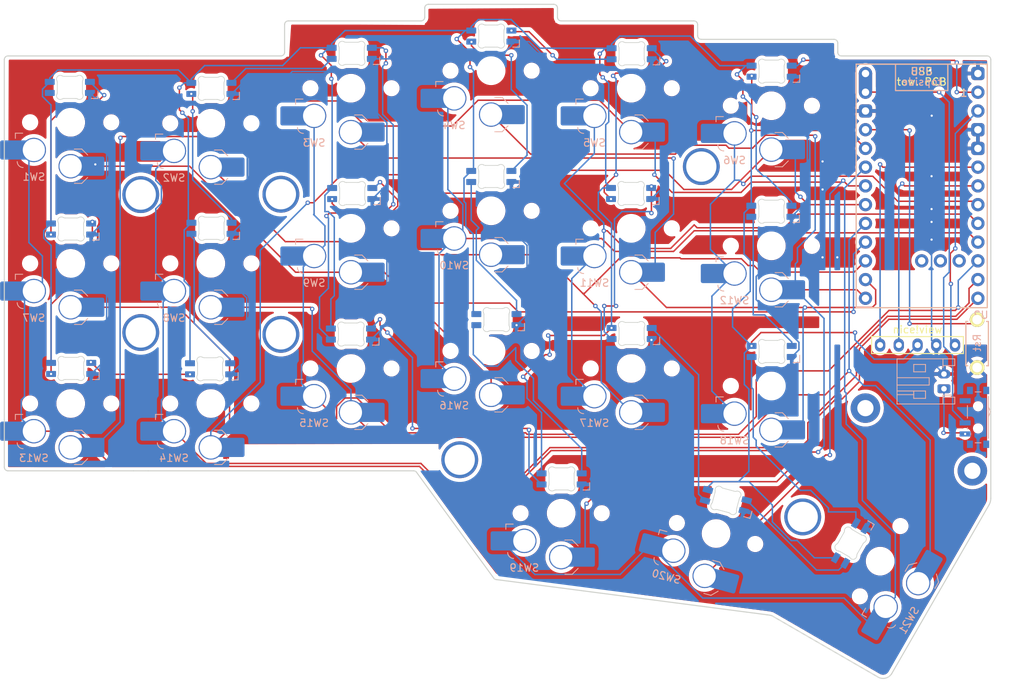
<source format=kicad_pcb>
(kicad_pcb (version 20221018) (generator pcbnew)
  (title_block (title "Corne Chocolate") (date "2018-11-17") (rev "2.1") (company "foostan"))
  (layers (0 "F.Cu" signal) (31 "B.Cu" signal) (34 "B.Paste" user) (35 "F.Paste" user) (36 "B.SilkS" user "B.Silkscreen") (37 "F.SilkS" user "F.Silkscreen") (38 "B.Mask" user) (39 "F.Mask" user) (44 "Edge.Cuts" user))
  (net 0 "")
  (net 1 "row0")
  (net 2 "row1")
  (net 4 "row2")
  (net 5 "+BATT")
  (net 6 "row3")
  (net 7 "Net-(BATJ2-Pin_1)")
  (net 11 "CS")
  (net 13 "Net-(LED1-DIN)")
  (net 14 "Net-(LED2-DOUT)")
  (net 15 "Net-(LED2-DIN)")
  (net 16 "Net-(LED3-DIN)")
  (net 17 "Net-(LED10-DIN)")
  (net 18 "Net-(LED4-DIN)")
  (net 19 "Net-(LED11-DOUT)")
  (net 20 "Net-(LED12-DIN)")
  (net 21 "Net-(LED13-DOUT)")
  (net 22 "Net-(LED14-DIN)")
  (net 23 "GND")
  (net 24 "VCC")
  (net 25 "col0")
  (net 26 "col1")
  (net 27 "col2")
  (net 28 "col3")
  (net 29 "col4")
  (net 30 "col5")
  (net 31 "LED")
  (net 32 "Net-(LED15-DOUT)")
  (net 33 "Net-(LED10-DOUT)")
  (net 34 "Net-(LED11-DIN)")
  (net 35 "Net-(LED12-DOUT)")
  (net 36 "Net-(LED13-DIN)")
  (net 37 "Net-(LED15-DIN)")
  (net 38 "Net-(LED16-DOUT)")
  (net 39 "Net-(LED17-DIN)")
  (net 40 "Net-(LED18-DOUT)")
  (net 41 "Net-(LED20-DIN)")
  (net 42 "reset")
  (net 43 "SCL")
  (net 44 "SDA")
  (net 45 "row6")
  (net 46 "row5")
  (net 47 "row4")
  (net 48 "col6")
  (footprint "kbd:LEGO_HOLE" (layer "F.Cu") (at 74.561447 97.796447)
    (fp_text reference "")
    (fp_text value "")
  )
  (footprint "kbd:LEGO_HOLE" (layer "F.Cu") (at 150.561447 75.296447)
    (fp_text reference "")
    (fp_text value "")
  )
  (footprint "kbd:ResetSW" (layer "F.Cu") (at 187.961447 99.296447 90)
    (fp_text reference "RSW1" hide)
    (fp_text value "SW_PUSH" hide)
  )
  (footprint "kbd:LEGO_HOLE" (layer "F.Cu") (at 74.561447 79.096447)
    (fp_text reference "")
    (fp_text value "")
  )
  (footprint "" (layer "F.Cu") (at 93.561447 79.046447)
    (fp_text reference "")
    (fp_text value "")
  )
  (footprint "kbd:LEGO_HOLE" (layer "F.Cu") (at 164.311447 122.796447)
    (fp_text reference "")
    (fp_text value "")
  )
  (footprint "kbd:LEGO_HOLE" (layer "F.Cu") (at 172.811447 108.046447)
    (fp_text reference "")
    (fp_text value "")
  )
  (footprint "kbd:LEGO_HOLE" (layer "F.Cu") (at 187.311447 116.546447)
    (fp_text reference "")
    (fp_text value "")
  )
  (footprint "kbd:LEGO_HOLE" (layer "F.Cu") (at 93.561447 98.046447)
    (fp_text reference "")
    (fp_text value "")
  )
  (footprint "MyLibrary:nice_view_1side" (layer "F.Cu") (at 174.8 99.496447)
    (fp_text reference "J1")
    (fp_text value "OLED" hide)
  )
  (footprint "kbd:LEGO_HOLE" (layer "F.Cu") (at 117.811447 115.046447)
    (fp_text reference "")
    (fp_text value "")
  )
  (footprint "PCM_marbastlib-choc:SW_choc_v1_HS_1u" (layer "B.Cu") (at 160.061447 105.046447 180)
    (fp_text reference "SW18")
    (fp_text value "SW_PUSH" hide)
  )
  (footprint "Button_Switch_SMD:SW_SPDT_PCM12" (layer "B.Cu") (at 187.761447 109.296447 -90)
    (fp_text reference "PSW1" hide)
    (fp_text value "SW_SPST" hide)
  )
  (footprint "PCM_marbastlib-various:LED_6028R" (layer "B.Cu") (at 141.04198 78.945736 180)
    (fp_text reference "LED11" hide)
    (fp_text value "SK6812MINI-E" hide)
    (fp_line (start -1.699999 0.702843) (end -1.699999 -0.702841) (stroke (width 0.1)) (layer "Edge.Cuts"))
    (fp_line (start -0.794452 -1.499999) (end 0.794452 -1.499999) (stroke (width 0.1)) (layer "Edge.Cuts"))
    (fp_line (start 0.794452 1.5) (end -0.794453 1.5) (stroke (width 0.1)) (layer "Edge.Cuts"))
    (fp_line (start 1.699999 -0.702841) (end 1.699999 0.702843) (stroke (width 0.1)) (layer "Edge.Cuts"))
    (fp_arc (start -1.749484 -0.919719) (mid -1.712527 -0.814067) (end -1.699999 -0.702841) (stroke (width 0.1)) (layer "Edge.Cuts"))
    (fp_arc (start -1.749484 -0.919718) (mid -1.638072 -1.504034) (end -1.046711 -1.568298) (stroke (width 0.1)) (layer "Edge.Cuts"))
    (fp_arc (start -1.699999 0.702844) (mid -1.712527 0.814069) (end -1.749484 0.919721) (stroke (width 0.1)) (layer "Edge.Cuts"))
    (fp_arc (start -1.046711 1.568299) (mid -1.638071 1.504035) (end -1.749484 0.919721) (stroke (width 0.1)) (layer "Edge.Cuts"))
    (fp_arc (start -1.046711 1.568299) (mid -0.925123 1.517377) (end -0.794453 1.5) (stroke (width 0.1)) (layer "Edge.Cuts"))
    (fp_arc (start -0.794452 -1.499999) (mid -0.925123 -1.517376) (end -1.046711 -1.568298) (stroke (width 0.1)) (layer "Edge.Cuts"))
    (fp_arc (start 0.794453 1.500001) (mid 0.925123 1.517378) (end 1.046711 1.5683) (stroke (width 0.1)) (layer "Edge.Cuts"))
    (fp_arc (start 1.04671 -1.568298) (mid 0.925122 -1.517376) (end 0.794452 -1.499999) (stroke (width 0.1)) (layer "Edge.Cuts"))
    (fp_arc (start 1.046711 -1.568296) (mid 1.638069 -1.504034) (end 1.749484 -0.919719) (stroke (width 0.1)) (layer "Edge.Cuts"))
    (fp_arc (start 1.699999 -0.702842) (mid 1.712519 -0.81407) (end 1.749484 -0.919719) (stroke (width 0.1)) (layer "Edge.Cuts"))
    (fp_arc (start 1.749484 0.919721) (mid 1.638072 1.504036) (end 1.046711 1.5683) (stroke (width 0.1)) (layer "Edge.Cuts"))
    (fp_arc (start 1.749484 0.919721) (mid 1.712534 0.814067) (end 1.699999 0.702843) (stroke (width 0.1)) (layer "Edge.Cuts"))
  )
  (footprint "PCM_marbastlib-various:LED_6028R" (layer "B.Cu") (at 122.087961 76.637166 180)
    (fp_text reference "LED10" hide)
    (fp_text value "SK6812MINI-E" hide)
    (fp_line (start -1.699999 0.702843) (end -1.699999 -0.702841) (stroke (width 0.1)) (layer "Edge.Cuts"))
    (fp_line (start -0.794452 -1.499999) (end 0.794452 -1.499999) (stroke (width 0.1)) (layer "Edge.Cuts"))
    (fp_line (start 0.794452 1.5) (end -0.794453 1.5) (stroke (width 0.1)) (layer "Edge.Cuts"))
    (fp_line (start 1.699999 -0.702841) (end 1.699999 0.702843) (stroke (width 0.1)) (layer "Edge.Cuts"))
    (fp_arc (start -1.749484 -0.919719) (mid -1.712527 -0.814067) (end -1.699999 -0.702841) (stroke (width 0.1)) (layer "Edge.Cuts"))
    (fp_arc (start -1.749484 -0.919718) (mid -1.638072 -1.504034) (end -1.046711 -1.568298) (stroke (width 0.1)) (layer "Edge.Cuts"))
    (fp_arc (start -1.699999 0.702844) (mid -1.712527 0.814069) (end -1.749484 0.919721) (stroke (width 0.1)) (layer "Edge.Cuts"))
    (fp_arc (start -1.046711 1.568299) (mid -1.638071 1.504035) (end -1.749484 0.919721) (stroke (width 0.1)) (layer "Edge.Cuts"))
    (fp_arc (start -1.046711 1.568299) (mid -0.925123 1.517377) (end -0.794453 1.5) (stroke (width 0.1)) (layer "Edge.Cuts"))
    (fp_arc (start -0.794452 -1.499999) (mid -0.925123 -1.517376) (end -1.046711 -1.568298) (stroke (width 0.1)) (layer "Edge.Cuts"))
    (fp_arc (start 0.794453 1.500001) (mid 0.925123 1.517378) (end 1.046711 1.5683) (stroke (width 0.1)) (layer "Edge.Cuts"))
    (fp_arc (start 1.04671 -1.568298) (mid 0.925122 -1.517376) (end 0.794452 -1.499999) (stroke (width 0.1)) (layer "Edge.Cuts"))
    (fp_arc (start 1.046711 -1.568296) (mid 1.638069 -1.504034) (end 1.749484 -0.919719) (stroke (width 0.1)) (layer "Edge.Cuts"))
    (fp_arc (start 1.699999 -0.702842) (mid 1.712519 -0.81407) (end 1.749484 -0.919719) (stroke (width 0.1)) (layer "Edge.Cuts"))
    (fp_arc (start 1.749484 0.919721) (mid 1.638072 1.504036) (end 1.046711 1.5683) (stroke (width 0.1)) (layer "Edge.Cuts"))
    (fp_arc (start 1.749484 0.919721) (mid 1.712534 0.814067) (end 1.699999 0.702843) (stroke (width 0.1)) (layer "Edge.Cuts"))
  )
  (footprint "PCM_marbastlib-xp-promicroish:nice_nano_AH_Reversible" (layer "B.Cu") (at 180.441447 79.186447 180)
    (fp_text reference "U2")
    (fp_text value "nice_nano")
  )
  (footprint "PCM_marbastlib-various:LED_6028R" (layer "B.Cu") (at 84.135216 64.694647 180)
    (fp_text reference "LED2" hide)
    (fp_text value "SK6812MINI-E" hide)
    (fp_line (start -1.699999 0.702843) (end -1.699999 -0.702841) (stroke (width 0.1)) (layer "Edge.Cuts"))
    (fp_line (start -0.794452 -1.499999) (end 0.794452 -1.499999) (stroke (width 0.1)) (layer "Edge.Cuts"))
    (fp_line (start 0.794452 1.5) (end -0.794453 1.5) (stroke (width 0.1)) (layer "Edge.Cuts"))
    (fp_line (start 1.699999 -0.702841) (end 1.699999 0.702843) (stroke (width 0.1)) (layer "Edge.Cuts"))
    (fp_arc (start -1.749484 -0.919719) (mid -1.712527 -0.814067) (end -1.699999 -0.702841) (stroke (width 0.1)) (layer "Edge.Cuts"))
    (fp_arc (start -1.749484 -0.919718) (mid -1.638072 -1.504034) (end -1.046711 -1.568298) (stroke (width 0.1)) (layer "Edge.Cuts"))
    (fp_arc (start -1.699999 0.702844) (mid -1.712527 0.814069) (end -1.749484 0.919721) (stroke (width 0.1)) (layer "Edge.Cuts"))
    (fp_arc (start -1.046711 1.568299) (mid -1.638071 1.504035) (end -1.749484 0.919721) (stroke (width 0.1)) (layer "Edge.Cuts"))
    (fp_arc (start -1.046711 1.568299) (mid -0.925123 1.517377) (end -0.794453 1.5) (stroke (width 0.1)) (layer "Edge.Cuts"))
    (fp_arc (start -0.794452 -1.499999) (mid -0.925123 -1.517376) (end -1.046711 -1.568298) (stroke (width 0.1)) (layer "Edge.Cuts"))
    (fp_arc (start 0.794453 1.500001) (mid 0.925123 1.517378) (end 1.046711 1.5683) (stroke (width 0.1)) (layer "Edge.Cuts"))
    (fp_arc (start 1.04671 -1.568298) (mid 0.925122 -1.517376) (end 0.794452 -1.499999) (stroke (width 0.1)) (layer "Edge.Cuts"))
    (fp_arc (start 1.046711 -1.568296) (mid 1.638069 -1.504034) (end 1.749484 -0.919719) (stroke (width 0.1)) (layer "Edge.Cuts"))
    (fp_arc (start 1.699999 -0.702842) (mid 1.712519 -0.81407) (end 1.749484 -0.919719) (stroke (width 0.1)) (layer "Edge.Cuts"))
    (fp_arc (start 1.749484 0.919721) (mid 1.638072 1.504036) (end 1.046711 1.5683) (stroke (width 0.1)) (layer "Edge.Cuts"))
    (fp_arc (start 1.749484 0.919721) (mid 1.712534 0.814067) (end 1.699999 0.702843) (stroke (width 0.1)) (layer "Edge.Cuts"))
  )
  (footprint "PCM_marbastlib-choc:SW_choc_v1_HS_1u" (layer "B.Cu") (at 122.061447 100.296447 180)
    (fp_text reference "SW16")
    (fp_text value "SW_PUSH" hide)
  )
  (footprint "PCM_marbastlib-various:LED_6028R" (layer "B.Cu") (at 84.151364 83.662784 180)
    (fp_text reference "LED8" hide)
    (fp_text value "SK6812MINI-E" hide)
    (fp_line (start -1.699999 0.702843) (end -1.699999 -0.702841) (stroke (width 0.1)) (layer "Edge.Cuts"))
    (fp_line (start -0.794452 -1.499999) (end 0.794452 -1.499999) (stroke (width 0.1)) (layer "Edge.Cuts"))
    (fp_line (start 0.794452 1.5) (end -0.794453 1.5) (stroke (width 0.1)) (layer "Edge.Cuts"))
    (fp_line (start 1.699999 -0.702841) (end 1.699999 0.702843) (stroke (width 0.1)) (layer "Edge.Cuts"))
    (fp_arc (start -1.749484 -0.919719) (mid -1.712527 -0.814067) (end -1.699999 -0.702841) (stroke (width 0.1)) (layer "Edge.Cuts"))
    (fp_arc (start -1.749484 -0.919718) (mid -1.638072 -1.504034) (end -1.046711 -1.568298) (stroke (width 0.1)) (layer "Edge.Cuts"))
    (fp_arc (start -1.699999 0.702844) (mid -1.712527 0.814069) (end -1.749484 0.919721) (stroke (width 0.1)) (layer "Edge.Cuts"))
    (fp_arc (start -1.046711 1.568299) (mid -1.638071 1.504035) (end -1.749484 0.919721) (stroke (width 0.1)) (layer "Edge.Cuts"))
    (fp_arc (start -1.046711 1.568299) (mid -0.925123 1.517377) (end -0.794453 1.5) (stroke (width 0.1)) (layer "Edge.Cuts"))
    (fp_arc (start -0.794452 -1.499999) (mid -0.925123 -1.517376) (end -1.046711 -1.568298) (stroke (width 0.1)) (layer "Edge.Cuts"))
    (fp_arc (start 0.794453 1.500001) (mid 0.925123 1.517378) (end 1.046711 1.5683) (stroke (width 0.1)) (layer "Edge.Cuts"))
    (fp_arc (start 1.04671 -1.568298) (mid 0.925122 -1.517376) (end 0.794452 -1.499999) (stroke (width 0.1)) (layer "Edge.Cuts"))
    (fp_arc (start 1.046711 -1.568296) (mid 1.638069 -1.504034) (end 1.749484 -0.919719) (stroke (width 0.1)) (layer "Edge.Cuts"))
    (fp_arc (start 1.699999 -0.702842) (mid 1.712519 -0.81407) (end 1.749484 -0.919719) (stroke (width 0.1)) (layer "Edge.Cuts"))
    (fp_arc (start 1.749484 0.919721) (mid 1.638072 1.504036) (end 1.046711 1.5683) (stroke (width 0.1)) (layer "Edge.Cuts"))
    (fp_arc (start 1.749484 0.919721) (mid 1.712534 0.814067) (end 1.699999 0.702843) (stroke (width 0.1)) (layer "Edge.Cuts"))
  )
  (footprint "PCM_marbastlib-choc:SW_choc_v1_HS_1u" (layer "B.Cu") (at 84.061447 107.421447 180)
    (fp_text reference "SW14")
    (fp_text value "SW_PUSH" hide)
  )
  (footprint "PCM_marbastlib-various:LED_6028R" (layer "B.Cu") (at 103.061447 98.004401 180)
    (fp_text reference "LED15" hide)
    (fp_text value "SK6812MINI-E" hide)
    (fp_line (start -1.699999 0.702843) (end -1.699999 -0.702841) (stroke (width 0.1)) (layer "Edge.Cuts"))
    (fp_line (start -0.794452 -1.499999) (end 0.794452 -1.499999) (stroke (width 0.1)) (layer "Edge.Cuts"))
    (fp_line (start 0.794452 1.5) (end -0.794453 1.5) (stroke (width 0.1)) (layer "Edge.Cuts"))
    (fp_line (start 1.699999 -0.702841) (end 1.699999 0.702843) (stroke (width 0.1)) (layer "Edge.Cuts"))
    (fp_arc (start -1.749484 -0.919719) (mid -1.712527 -0.814067) (end -1.699999 -0.702841) (stroke (width 0.1)) (layer "Edge.Cuts"))
    (fp_arc (start -1.749484 -0.919718) (mid -1.638072 -1.504034) (end -1.046711 -1.568298) (stroke (width 0.1)) (layer "Edge.Cuts"))
    (fp_arc (start -1.699999 0.702844) (mid -1.712527 0.814069) (end -1.749484 0.919721) (stroke (width 0.1)) (layer "Edge.Cuts"))
    (fp_arc (start -1.046711 1.568299) (mid -1.638071 1.504035) (end -1.749484 0.919721) (stroke (width 0.1)) (layer "Edge.Cuts"))
    (fp_arc (start -1.046711 1.568299) (mid -0.925123 1.517377) (end -0.794453 1.5) (stroke (width 0.1)) (layer "Edge.Cuts"))
    (fp_arc (start -0.794452 -1.499999) (mid -0.925123 -1.517376) (end -1.046711 -1.568298) (stroke (width 0.1)) (layer "Edge.Cuts"))
    (fp_arc (start 0.794453 1.500001) (mid 0.925123 1.517378) (end 1.046711 1.5683) (stroke (width 0.1)) (layer "Edge.Cuts"))
    (fp_arc (start 1.04671 -1.568298) (mid 0.925122 -1.517376) (end 0.794452 -1.499999) (stroke (width 0.1)) (layer "Edge.Cuts"))
    (fp_arc (start 1.046711 -1.568296) (mid 1.638069 -1.504034) (end 1.749484 -0.919719) (stroke (width 0.1)) (layer "Edge.Cuts"))
    (fp_arc (start 1.699999 -0.702842) (mid 1.712519 -0.81407) (end 1.749484 -0.919719) (stroke (width 0.1)) (layer "Edge.Cuts"))
    (fp_arc (start 1.749484 0.919721) (mid 1.638072 1.504036) (end 1.046711 1.5683) (stroke (width 0.1)) (layer "Edge.Cuts"))
    (fp_arc (start 1.749484 0.919721) (mid 1.712534 0.814067) (end 1.699999 0.702843) (stroke (width 0.1)) (layer "Edge.Cuts"))
  )
  (footprint "PCM_marbastlib-choc:SW_choc_v1_HS_1u" (layer "B.Cu") (at 141.061447 102.671447 180)
    (fp_text reference "SW17")
    (fp_text value "SW_PUSH" hide)
  )
  (footprint "PCM_marbastlib-various:LED_6028R" (layer "B.Cu") (at 103.231806 78.951371 180)
    (fp_text reference "LED9" hide)
    (fp_text value "SK6812MINI-E" hide)
    (fp_line (start -1.699999 0.702843) (end -1.699999 -0.702841) (stroke (width 0.1)) (layer "Edge.Cuts"))
    (fp_line (start -0.794452 -1.499999) (end 0.794452 -1.499999) (stroke (width 0.1)) (layer "Edge.Cuts"))
    (fp_line (start 0.794452 1.5) (end -0.794453 1.5) (stroke (width 0.1)) (layer "Edge.Cuts"))
    (fp_line (start 1.699999 -0.702841) (end 1.699999 0.702843) (stroke (width 0.1)) (layer "Edge.Cuts"))
    (fp_arc (start -1.749484 -0.919719) (mid -1.712527 -0.814067) (end -1.699999 -0.702841) (stroke (width 0.1)) (layer "Edge.Cuts"))
    (fp_arc (start -1.749484 -0.919718) (mid -1.638072 -1.504034) (end -1.046711 -1.568298) (stroke (width 0.1)) (layer "Edge.Cuts"))
    (fp_arc (start -1.699999 0.702844) (mid -1.712527 0.814069) (end -1.749484 0.919721) (stroke (width 0.1)) (layer "Edge.Cuts"))
    (fp_arc (start -1.046711 1.568299) (mid -1.638071 1.504035) (end -1.749484 0.919721) (stroke (width 0.1)) (layer "Edge.Cuts"))
    (fp_arc (start -1.046711 1.568299) (mid -0.925123 1.517377) (end -0.794453 1.5) (stroke (width 0.1)) (layer "Edge.Cuts"))
    (fp_arc (start -0.794452 -1.499999) (mid -0.925123 -1.517376) (end -1.046711 -1.568298) (stroke (width 0.1)) (layer "Edge.Cuts"))
    (fp_arc (start 0.794453 1.500001) (mid 0.925123 1.517378) (end 1.046711 1.5683) (stroke (width 0.1)) (layer "Edge.Cuts"))
    (fp_arc (start 1.04671 -1.568298) (mid 0.925122 -1.517376) (end 0.794452 -1.499999) (stroke (width 0.1)) (layer "Edge.Cuts"))
    (fp_arc (start 1.046711 -1.568296) (mid 1.638069 -1.504034) (end 1.749484 -0.919719) (stroke (width 0.1)) (layer "Edge.Cuts"))
    (fp_arc (start 1.699999 -0.702842) (mid 1.712519 -0.81407) (end 1.749484 -0.919719) (stroke (width 0.1)) (layer "Edge.Cuts"))
    (fp_arc (start 1.749484 0.919721) (mid 1.638072 1.504036) (end 1.046711 1.5683) (stroke (width 0.1)) (layer "Edge.Cuts"))
    (fp_arc (start 1.749484 0.919721) (mid 1.712534 0.814067) (end 1.699999 0.702843) (stroke (width 0.1)) (layer "Edge.Cuts"))
  )
  (footprint "PCM_marbastlib-choc:SW_choc_v1_HS_1u" (layer "B.Cu") (at 122.061447 81.296447 180)
    (fp_text reference "SW10")
    (fp_text value "SW_PUSH" hide)
  )
  (footprint "PCM_marbastlib-various:LED_6028R" (layer "B.Cu") (at 160.097431 62.365007 180)
    (fp_text reference "LED6" hide)
    (fp_text value "SK6812MINI-E" hide)
    (fp_line (start -1.699999 0.702843) (end -1.699999 -0.702841) (stroke (width 0.1)) (layer "Edge.Cuts"))
    (fp_line (start -0.794452 -1.499999) (end 0.794452 -1.499999) (stroke (width 0.1)) (layer "Edge.Cuts"))
    (fp_line (start 0.794452 1.5) (end -0.794453 1.5) (stroke (width 0.1)) (layer "Edge.Cuts"))
    (fp_line (start 1.699999 -0.702841) (end 1.699999 0.702843) (stroke (width 0.1)) (layer "Edge.Cuts"))
    (fp_arc (start -1.749484 -0.919719) (mid -1.712527 -0.814067) (end -1.699999 -0.702841) (stroke (width 0.1)) (layer "Edge.Cuts"))
    (fp_arc (start -1.749484 -0.919718) (mid -1.638072 -1.504034) (end -1.046711 -1.568298) (stroke (width 0.1)) (layer "Edge.Cuts"))
    (fp_arc (start -1.699999 0.702844) (mid -1.712527 0.814069) (end -1.749484 0.919721) (stroke (width 0.1)) (layer "Edge.Cuts"))
    (fp_arc (start -1.046711 1.568299) (mid -1.638071 1.504035) (end -1.749484 0.919721) (stroke (width 0.1)) (layer "Edge.Cuts"))
    (fp_arc (start -1.046711 1.568299) (mid -0.925123 1.517377) (end -0.794453 1.5) (stroke (width 0.1)) (layer "Edge.Cuts"))
    (fp_arc (start -0.794452 -1.499999) (mid -0.925123 -1.517376) (end -1.046711 -1.568298) (stroke (width 0.1)) (layer "Edge.Cuts"))
    (fp_arc (start 0.794453 1.500001) (mid 0.925123 1.517378) (end 1.046711 1.5683) (stroke (width 0.1)) (layer "Edge.Cuts"))
    (fp_arc (start 1.04671 -1.568298) (mid 0.925122 -1.517376) (end 0.794452 -1.499999) (stroke (width 0.1)) (layer "Edge.Cuts"))
    (fp_arc (start 1.046711 -1.568296) (mid 1.638069 -1.504034) (end 1.749484 -0.919719) (stroke (width 0.1)) (layer "Edge.Cuts"))
    (fp_arc (start 1.699999 -0.702842) (mid 1.712519 -0.81407) (end 1.749484 -0.919719) (stroke (width 0.1)) (layer "Edge.Cuts"))
    (fp_arc (start 1.749484 0.919721) (mid 1.638072 1.504036) (end 1.046711 1.5683) (stroke (width 0.1)) (layer "Edge.Cuts"))
    (fp_arc (start 1.749484 0.919721) (mid 1.712534 0.814067) (end 1.699999 0.702843) (stroke (width 0.1)) (layer "Edge.Cuts"))
  )
  (footprint "PCM_marbastlib-choc:SW_choc_v1_HS_1u" (layer "B.Cu") (at 84.061447 69.421447 180)
    (fp_text reference "SW2")
    (fp_text value "SW_PUSH" hide)
  )
  (footprint "PCM_marbastlib-various:LED_6028R" (layer "B.Cu") (at 65.125293 102.664208 180)
    (fp_text reference "LED13" hide)
    (fp_text value "SK6812MINI-E" hide)
    (fp_line (start -1.699999 0.702843) (end -1.699999 -0.702841) (stroke (width 0.1)) (layer "Edge.Cuts"))
    (fp_line (start -0.794452 -1.499999) (end 0.794452 -1.499999) (stroke (width 0.1)) (layer "Edge.Cuts"))
    (fp_line (start 0.794452 1.5) (end -0.794453 1.5) (stroke (width 0.1)) (layer "Edge.Cuts"))
    (fp_line (start 1.699999 -0.702841) (end 1.699999 0.702843) (stroke (width 0.1)) (layer "Edge.Cuts"))
    (fp_arc (start -1.749484 -0.919719) (mid -1.712527 -0.814067) (end -1.699999 -0.702841) (stroke (width 0.1)) (layer "Edge.Cuts"))
    (fp_arc (start -1.749484 -0.919718) (mid -1.638072 -1.504034) (end -1.046711 -1.568298) (stroke (width 0.1)) (layer "Edge.Cuts"))
    (fp_arc (start -1.699999 0.702844) (mid -1.712527 0.814069) (end -1.749484 0.919721) (stroke (width 0.1)) (layer "Edge.Cuts"))
    (fp_arc (start -1.046711 1.568299) (mid -1.638071 1.504035) (end -1.749484 0.919721) (stroke (width 0.1)) (layer "Edge.Cuts"))
    (fp_arc (start -1.046711 1.568299) (mid -0.925123 1.517377) (end -0.794453 1.5) (stroke (width 0.1)) (layer "Edge.Cuts"))
    (fp_arc (start -0.794452 -1.499999) (mid -0.925123 -1.517376) (end -1.046711 -1.568298) (stroke (width 0.1)) (layer "Edge.Cuts"))
    (fp_arc (start 0.794453 1.500001) (mid 0.925123 1.517378) (end 1.046711 1.5683) (stroke (width 0.1)) (layer "Edge.Cuts"))
    (fp_arc (start 1.04671 -1.568298) (mid 0.925122 -1.517376) (end 0.794452 -1.499999) (stroke (width 0.1)) (layer "Edge.Cuts"))
    (fp_arc (start 1.046711 -1.568296) (mid 1.638069 -1.504034) (end 1.749484 -0.919719) (stroke (width 0.1)) (layer "Edge.Cuts"))
    (fp_arc (start 1.699999 -0.702842) (mid 1.712519 -0.81407) (end 1.749484 -0.919719) (stroke (width 0.1)) (layer "Edge.Cuts"))
    (fp_arc (start 1.749484 0.919721) (mid 1.638072 1.504036) (end 1.046711 1.5683) (stroke (width 0.1)) (layer "Edge.Cuts"))
    (fp_arc (start 1.749484 0.919721) (mid 1.712534 0.814067) (end 1.699999 0.702843) (stroke (width 0.1)) (layer "Edge.Cuts"))
  )
  (footprint "PCM_marbastlib-various:LED_6028R" (layer "B.Cu") (at 141.117412 59.993417 180)
    (fp_text reference "LED5" hide)
    (fp_text value "SK6812MINI-E" hide)
    (fp_line (start -1.699999 0.702843) (end -1.699999 -0.702841) (stroke (width 0.1)) (layer "Edge.Cuts"))
    (fp_line (start -0.794452 -1.499999) (end 0.794452 -1.499999) (stroke (width 0.1)) (layer "Edge.Cuts"))
    (fp_line (start 0.794452 1.5) (end -0.794453 1.5) (stroke (width 0.1)) (layer "Edge.Cuts"))
    (fp_line (start 1.699999 -0.702841) (end 1.699999 0.702843) (stroke (width 0.1)) (layer "Edge.Cuts"))
    (fp_arc (start -1.749484 -0.919719) (mid -1.712527 -0.814067) (end -1.699999 -0.702841) (stroke (width 0.1)) (layer "Edge.Cuts"))
    (fp_arc (start -1.749484 -0.919718) (mid -1.638072 -1.504034) (end -1.046711 -1.568298) (stroke (width 0.1)) (layer "Edge.Cuts"))
    (fp_arc (start -1.699999 0.702844) (mid -1.712527 0.814069) (end -1.749484 0.919721) (stroke (width 0.1)) (layer "Edge.Cuts"))
    (fp_arc (start -1.046711 1.568299) (mid -1.638071 1.504035) (end -1.749484 0.919721) (stroke (width 0.1)) (layer "Edge.Cuts"))
    (fp_arc (start -1.046711 1.568299) (mid -0.925123 1.517377) (end -0.794453 1.5) (stroke (width 0.1)) (layer "Edge.Cuts"))
    (fp_arc (start -0.794452 -1.499999) (mid -0.925123 -1.517376) (end -1.046711 -1.568298) (stroke (width 0.1)) (layer "Edge.Cuts"))
    (fp_arc (start 0.794453 1.500001) (mid 0.925123 1.517378) (end 1.046711 1.5683) (stroke (width 0.1)) (layer "Edge.Cuts"))
    (fp_arc (start 1.04671 -1.568298) (mid 0.925122 -1.517376) (end 0.794452 -1.499999) (stroke (width 0.1)) (layer "Edge.Cuts"))
    (fp_arc (start 1.046711 -1.568296) (mid 1.638069 -1.504034) (end 1.749484 -0.919719) (stroke (width 0.1)) (layer "Edge.Cuts"))
    (fp_arc (start 1.699999 -0.702842) (mid 1.712519 -0.81407) (end 1.749484 -0.919719) (stroke (width 0.1)) (layer "Edge.Cuts"))
    (fp_arc (start 1.749484 0.919721) (mid 1.638072 1.504036) (end 1.046711 1.5683) (stroke (width 0.1)) (layer "Edge.Cuts"))
    (fp_arc (start 1.749484 0.919721) (mid 1.712534 0.814067) (end 1.699999 0.702843) (stroke (width 0.1)) (layer "Edge.Cuts"))
  )
  (footprint "PCM_marbastlib-choc:SW_choc_v1_HS_1u" (layer "B.Cu") (at 122.061447 62.296447 180)
    (fp_text reference "SW4")
    (fp_text value "SW_PUSH" hide)
  )
  (footprint "PCM_marbastlib-various:LED_6028R" (layer "B.Cu") (at 141.114476 97.929212 180)
    (fp_text reference "LED17" hide)
    (fp_text value "SK6812MINI-E" hide)
    (fp_line (start -1.699999 0.702843) (end -1.699999 -0.702841) (stroke (width 0.1)) (layer "Edge.Cuts"))
    (fp_line (start -0.794452 -1.499999) (end 0.794452 -1.499999) (stroke (width 0.1)) (layer "Edge.Cuts"))
    (fp_line (start 0.794452 1.5) (end -0.794453 1.5) (stroke (width 0.1)) (layer "Edge.Cuts"))
    (fp_line (start 1.699999 -0.702841) (end 1.699999 0.702843) (stroke (width 0.1)) (layer "Edge.Cuts"))
    (fp_arc (start -1.749484 -0.919719) (mid -1.712527 -0.814067) (end -1.699999 -0.702841) (stroke (width 0.1)) (layer "Edge.Cuts"))
    (fp_arc (start -1.749484 -0.919718) (mid -1.638072 -1.504034) (end -1.046711 -1.568298) (stroke (width 0.1)) (layer "Edge.Cuts"))
    (fp_arc (start -1.699999 0.702844) (mid -1.712527 0.814069) (end -1.749484 0.919721) (stroke (width 0.1)) (layer "Edge.Cuts"))
    (fp_arc (start -1.046711 1.568299) (mid -1.638071 1.504035) (end -1.749484 0.919721) (stroke (width 0.1)) (layer "Edge.Cuts"))
    (fp_arc (start -1.046711 1.568299) (mid -0.925123 1.517377) (end -0.794453 1.5) (stroke (width 0.1)) (layer "Edge.Cuts"))
    (fp_arc (start -0.794452 -1.499999) (mid -0.925123 -1.517376) (end -1.046711 -1.568298) (stroke (width 0.1)) (layer "Edge.Cuts"))
    (fp_arc (start 0.794453 1.500001) (mid 0.925123 1.517378) (end 1.046711 1.5683) (stroke (width 0.1)) (layer "Edge.Cuts"))
    (fp_arc (start 1.04671 -1.568298) (mid 0.925122 -1.517376) (end 0.794452 -1.499999) (stroke (width 0.1)) (layer "Edge.Cuts"))
    (fp_arc (start 1.046711 -1.568296) (mid 1.638069 -1.504034) (end 1.749484 -0.919719) (stroke (width 0.1)) (layer "Edge.Cuts"))
    (fp_arc (start 1.699999 -0.702842) (mid 1.712519 -0.81407) (end 1.749484 -0.919719) (stroke (width 0.1)) (layer "Edge.Cuts"))
    (fp_arc (start 1.749484 0.919721) (mid 1.638072 1.504036) (end 1.046711 1.5683) (stroke (width 0.1)) (layer "Edge.Cuts"))
    (fp_arc (start 1.749484 0.919721) (mid 1.712534 0.814067) (end 1.699999 0.702843) (stroke (width 0.1)) (layer "Edge.Cuts"))
  )
  (footprint "PCM_marbastlib-various:LED_6028R" (layer "B.Cu") (at 160.061447 81.355112 180)
    (fp_text reference "LED12" hide)
    (fp_text value "SK6812MINI-E" hide)
    (fp_line (start -1.699999 0.702843) (end -1.699999 -0.702841) (stroke (width 0.1)) (layer "Edge.Cuts"))
    (fp_line (start -0.794452 -1.499999) (end 0.794452 -1.499999) (stroke (width 0.1)) (layer "Edge.Cuts"))
    (fp_line (start 0.794452 1.5) (end -0.794453 1.5) (stroke (width 0.1)) (layer "Edge.Cuts"))
    (fp_line (start 1.699999 -0.702841) (end 1.699999 0.702843) (stroke (width 0.1)) (layer "Edge.Cuts"))
    (fp_arc (start -1.749484 -0.919719) (mid -1.712527 -0.814067) (end -1.699999 -0.702841) (stroke (width 0.1)) (layer "Edge.Cuts"))
    (fp_arc (start -1.749484 -0.919718) (mid -1.638072 -1.504034) (end -1.046711 -1.568298) (stroke (width 0.1)) (layer "Edge.Cuts"))
    (fp_arc (start -1.699999 0.702844) (mid -1.712527 0.814069) (end -1.749484 0.919721) (stroke (width 0.1)) (layer "Edge.Cuts"))
    (fp_arc (start -1.046711 1.568299) (mid -1.638071 1.504035) (end -1.749484 0.919721) (stroke (width 0.1)) (layer "Edge.Cuts"))
    (fp_arc (start -1.046711 1.568299) (mid -0.925123 1.517377) (end -0.794453 1.5) (stroke (width 0.1)) (layer "Edge.Cuts"))
    (fp_arc (start -0.794452 -1.499999) (mid -0.925123 -1.517376) (end -1.046711 -1.568298) (stroke (width 0.1)) (layer "Edge.Cuts"))
    (fp_arc (start 0.794453 1.500001) (mid 0.925123 1.517378) (end 1.046711 1.5683) (stroke (width 0.1)) (layer "Edge.Cuts"))
    (fp_arc (start 1.04671 -1.568298) (mid 0.925122 -1.517376) (end 0.794452 -1.499999) (stroke (width 0.1)) (layer "Edge.Cuts"))
    (fp_arc (start 1.046711 -1.568296) (mid 1.638069 -1.504034) (end 1.749484 -0.919719) (stroke (width 0.1)) (layer "Edge.Cuts"))
    (fp_arc (start 1.699999 -0.702842) (mid 1.712519 -0.81407) (end 1.749484 -0.919719) (stroke (width 0.1)) (layer "Edge.Cuts"))
    (fp_arc (start 1.749484 0.919721) (mid 1.638072 1.504036) (end 1.046711 1.5683) (stroke (width 0.1)) (layer "Edge.Cuts"))
    (fp_arc (start 1.749484 0.919721) (mid 1.712534 0.814067) (end 1.699999 0.702843) (stroke (width 0.1)) (layer "Edge.Cuts"))
  )
  (footprint "PCM_marbastlib-choc:SW_choc_v1_HS_1u" (layer "B.Cu") (at 141.061447 64.671447 180)
    (fp_text reference "SW5")
    (fp_text value "SW_PUSH" hide)
  )
  (footprint "Connector_JST:JST_PH_S2B-PH-K_1x02_P2.00mm_Horizontal" (layer "B.Cu") (at 183.461447 105.421447 90)
    (fp_text reference "BATJ2" hide)
    (fp_text value "Conn_01x02_Female" hide)
  )
  (footprint "PCM_marbastlib-various:LED_6028R" (layer "B.Cu") (at 131.622098 117.639344 180)
    (fp_text reference "LED19" hide)
    (fp_text value "SK6812MINI-E" hide)
    (fp_line (start -1.699999 0.702843) (end -1.699999 -0.702841) (stroke (width 0.1)) (layer "Edge.Cuts"))
    (fp_line (start -0.794452 -1.499999) (end 0.794452 -1.499999) (stroke (width 0.1)) (layer "Edge.Cuts"))
    (fp_line (start 0.794452 1.5) (end -0.794453 1.5) (stroke (width 0.1)) (layer "Edge.Cuts"))
    (fp_line (start 1.699999 -0.702841) (end 1.699999 0.702843) (stroke (width 0.1)) (layer "Edge.Cuts"))
    (fp_arc (start -1.749484 -0.919719) (mid -1.712527 -0.814067) (end -1.699999 -0.702841) (stroke (width 0.1)) (layer "Edge.Cuts"))
    (fp_arc (start -1.749484 -0.919718) (mid -1.638072 -1.504034) (end -1.046711 -1.568298) (stroke (width 0.1)) (layer "Edge.Cuts"))
    (fp_arc (start -1.699999 0.702844) (mid -1.712527 0.814069) (end -1.749484 0.919721) (stroke (width 0.1)) (layer "Edge.Cuts"))
    (fp_arc (start -1.046711 1.568299) (mid -1.638071 1.504035) (end -1.749484 0.919721) (stroke (width 0.1)) (layer "Edge.Cuts"))
    (fp_arc (start -1.046711 1.568299) (mid -0.925123 1.517377) (end -0.794453 1.5) (stroke (width 0.1)) (layer "Edge.Cuts"))
    (fp_arc (start -0.794452 -1.499999) (mid -0.925123 -1.517376) (end -1.046711 -1.568298) (stroke (width 0.1)) (layer "Edge.Cuts"))
    (fp_arc (start 0.794453 1.500001) (mid 0.925123 1.517378) (end 1.046711 1.5683) (stroke (width 0.1)) (layer "Edge.Cuts"))
    (fp_arc (start 1.04671 -1.568298) (mid 0.925122 -1.517376) (end 0.794452 -1.499999) (stroke (width 0.1)) (layer "Edge.Cuts"))
    (fp_arc (start 1.046711 -1.568296) (mid 1.638069 -1.504034) (end 1.749484 -0.919719) (stroke (width 0.1)) (layer "Edge.Cuts"))
    (fp_arc (start 1.699999 -0.702842) (mid 1.712519 -0.81407) (end 1.749484 -0.919719) (stroke (width 0.1)) (layer "Edge.Cuts"))
    (fp_arc (start 1.749484 0.919721) (mid 1.638072 1.504036) (end 1.046711 1.5683) (stroke (width 0.1)) (layer "Edge.Cuts"))
    (fp_arc (start 1.749484 0.919721) (mid 1.712534 0.814067) (end 1.699999 0.702843) (stroke (width 0.1)) (layer "Edge.Cuts"))
  )
  (footprint "PCM_marbastlib-various:LED_6028R" (layer "B.Cu") (at 160.097437 100.362925 180)
    (fp_text reference "LED18" hide)
    (fp_text value "SK6812MINI-E" hide)
    (fp_line (start -1.699999 0.702843) (end -1.699999 -0.702841) (stroke (width 0.1)) (layer "Edge.Cuts"))
    (fp_line (start -0.794452 -1.499999) (end 0.794452 -1.499999) (stroke (width 0.1)) (layer "Edge.Cuts"))
    (fp_line (start 0.794452 1.5) (end -0.794453 1.5) (stroke (width 0.1)) (layer "Edge.Cuts"))
    (fp_line (start 1.699999 -0.702841) (end 1.699999 0.702843) (stroke (width 0.1)) (layer "Edge.Cuts"))
    (fp_arc (start -1.749484 -0.919719) (mid -1.712527 -0.814067) (end -1.699999 -0.702841) (stroke (width 0.1)) (layer "Edge.Cuts"))
    (fp_arc (start -1.749484 -0.919718) (mid -1.638072 -1.504034) (end -1.046711 -1.568298) (stroke (width 0.1)) (layer "Edge.Cuts"))
    (fp_arc (start -1.699999 0.702844) (mid -1.712527 0.814069) (end -1.749484 0.919721) (stroke (width 0.1)) (layer "Edge.Cuts"))
    (fp_arc (start -1.046711 1.568299) (mid -1.638071 1.504035) (end -1.749484 0.919721) (stroke (width 0.1)) (layer "Edge.Cuts"))
    (fp_arc (start -1.046711 1.568299) (mid -0.925123 1.517377) (end -0.794453 1.5) (stroke (width 0.1)) (layer "Edge.Cuts"))
    (fp_arc (start -0.794452 -1.499999) (mid -0.925123 -1.517376) (end -1.046711 -1.568298) (stroke (width 0.1)) (layer "Edge.Cuts"))
    (fp_arc (start 0.794453 1.500001) (mid 0.925123 1.517378) (end 1.046711 1.5683) (stroke (width 0.1)) (layer "Edge.Cuts"))
    (fp_arc (start 1.04671 -1.568298) (mid 0.925122 -1.517376) (end 0.794452 -1.499999) (stroke (width 0.1)) (layer "Edge.Cuts"))
    (fp_arc (start 1.046711 -1.568296) (mid 1.638069 -1.504034) (end 1.749484 -0.919719) (stroke (width 0.1)) (layer "Edge.Cuts"))
    (fp_arc (start 1.699999 -0.702842) (mid 1.712519 -0.81407) (end 1.749484 -0.919719) (stroke (width 0.1)) (layer "Edge.Cuts"))
    (fp_arc (start 1.749484 0.919721) (mid 1.638072 1.504036) (end 1.046711 1.5683) (stroke (width 0.1)) (layer "Edge.Cuts"))
    (fp_arc (start 1.749484 0.919721) (mid 1.712534 0.814067) (end 1.699999 0.702843) (stroke (width 0.1)) (layer "Edge.Cuts"))
  )
  (footprint "PCM_marbastlib-choc:SW_choc_v1_HS_1u" (layer "B.Cu") (at 103.061447 83.671447 180)
    (fp_text reference "SW9")
    (fp_text value "SW_PUSH" hide)
  )
  (footprint "PCM_marbastlib-choc:SW_choc_v1_HS_1u" (layer "B.Cu") (at 152.561447 125.046447 165)
    (fp_text reference "SW20")
    (fp_text value "SW_PUSH" hide)
  )
  (footprint "PCM_marbastlib-various:LED_6028R" (layer "B.Cu") (at 83.962303 102.712355 180)
    (fp_text reference "LED14" hide)
    (fp_text value "SK6812MINI-E" hide)
    (fp_line (start -1.699999 0.702843) (end -1.699999 -0.702841) (stroke (width 0.1)) (layer "Edge.Cuts"))
    (fp_line (start -0.794452 -1.499999) (end 0.794452 -1.499999) (stroke (width 0.1)) (layer "Edge.Cuts"))
    (fp_line (start 0.794452 1.5) (end -0.794453 1.5) (stroke (width 0.1)) (layer "Edge.Cuts"))
    (fp_line (start 1.699999 -0.702841) (end 1.699999 0.702843) (stroke (width 0.1)) (layer "Edge.Cuts"))
    (fp_arc (start -1.749484 -0.919719) (mid -1.712527 -0.814067) (end -1.699999 -0.702841) (stroke (width 0.1)) (layer "Edge.Cuts"))
    (fp_arc (start -1.749484 -0.919718) (mid -1.638072 -1.504034) (end -1.046711 -1.568298) (stroke (width 0.1)) (layer "Edge.Cuts"))
    (fp_arc (start -1.699999 0.702844) (mid -1.712527 0.814069) (end -1.749484 0.919721) (stroke (width 0.1)) (layer "Edge.Cuts"))
    (fp_arc (start -1.046711 1.568299) (mid -1.638071 1.504035) (end -1.749484 0.919721) (stroke (width 0.1)) (layer "Edge.Cuts"))
    (fp_arc (start -1.046711 1.568299) (mid -0.925123 1.517377) (end -0.794453 1.5) (stroke (width 0.1)) (layer "Edge.Cuts"))
    (fp_arc (start -0.794452 -1.499999) (mid -0.925123 -1.517376) (end -1.046711 -1.568298) (stroke (width 0.1)) (layer "Edge.Cuts"))
    (fp_arc (start 0.794453 1.500001) (mid 0.925123 1.517378) (end 1.046711 1.5683) (stroke (width 0.1)) (layer "Edge.Cuts"))
    (fp_arc (start 1.04671 -1.568298) (mid 0.925122 -1.517376) (end 0.794452 -1.499999) (stroke (width 0.1)) (layer "Edge.Cuts"))
    (fp_arc (start 1.046711 -1.568296) (mid 1.638069 -1.504034) (end 1.749484 -0.919719) (stroke (width 0.1)) (layer "Edge.Cuts"))
    (fp_arc (start 1.699999 -0.702842) (mid 1.712519 -0.81407) (end 1.749484 -0.919719) (stroke (width 0.1)) (layer "Edge.Cuts"))
    (fp_arc (start 1.749484 0.919721) (mid 1.638072 1.504036) (end 1.046711 1.5683) (stroke (width 0.1)) (layer "Edge.Cuts"))
    (fp_arc (start 1.749484 0.919721) (mid 1.712534 0.814067) (end 1.699999 0.702843) (stroke (width 0.1)) (layer "Edge.Cuts"))
  )
  (footprint "PCM_marbastlib-choc:SW_choc_v1_HS_1u" (layer "B.Cu") (at 65.061447 107.421447 180)
    (fp_text reference "SW13")
    (fp_text value "SW_PUSH" hide)
  )
  (footprint "PCM_marbastlib-choc:SW_choc_v1_HS_1u" (layer "B.Cu") (at 65.061447 88.421447 180)
    (fp_text reference "SW7")
    (fp_text value "SW_PUSH" hide)
  )
  (footprint "PCM_marbastlib-choc:SW_choc_v1_HS_1.5u" (layer "B.Cu") (at 174.811447 128.796447 -120)
    (fp_text reference "SW21")
    (fp_text value "SW_PUSH" hide)
  )
  (footprint "PCM_marbastlib-choc:SW_choc_v1_HS_1u" (layer "B.Cu") (at 84.061447 88.421447 180)
    (fp_text reference "SW8")
    (fp_text value "SW_PUSH" hide)
  )
  (footprint "PCM_marbastlib-choc:SW_choc_v1_HS_1u" (layer "B.Cu") (at 65.061447 69.296447 180)
    (fp_text reference "SW1")
    (fp_text value "SW_PUSH" hide)
  )
  (footprint "PCM_marbastlib-various:LED_6028R" (layer "B.Cu") (at 103.166087 59.942565 180)
    (fp_text reference "LED3" hide)
    (fp_text value "SK6812MINI-E" hide)
    (fp_line (start -1.699999 0.702843) (end -1.699999 -0.702841) (stroke (width 0.1)) (layer "Edge.Cuts"))
    (fp_line (start -0.794452 -1.499999) (end 0.794452 -1.499999) (stroke (width 0.1)) (layer "Edge.Cuts"))
    (fp_line (start 0.794452 1.5) (end -0.794453 1.5) (stroke (width 0.1)) (layer "Edge.Cuts"))
    (fp_line (start 1.699999 -0.702841) (end 1.699999 0.702843) (stroke (width 0.1)) (layer "Edge.Cuts"))
    (fp_arc (start -1.749484 -0.919719) (mid -1.712527 -0.814067) (end -1.699999 -0.702841) (stroke (width 0.1)) (layer "Edge.Cuts"))
    (fp_arc (start -1.749484 -0.919718) (mid -1.638072 -1.504034) (end -1.046711 -1.568298) (stroke (width 0.1)) (layer "Edge.Cuts"))
    (fp_arc (start -1.699999 0.702844) (mid -1.712527 0.814069) (end -1.749484 0.919721) (stroke (width 0.1)) (layer "Edge.Cuts"))
    (fp_arc (start -1.046711 1.568299) (mid -1.638071 1.504035) (end -1.749484 0.919721) (stroke (width 0.1)) (layer "Edge.Cuts"))
    (fp_arc (start -1.046711 1.568299) (mid -0.925123 1.517377) (end -0.794453 1.5) (stroke (width 0.1)) (layer "Edge.Cuts"))
    (fp_arc (start -0.794452 -1.499999) (mid -0.925123 -1.517376) (end -1.046711 -1.568298) (stroke (width 0.1)) (layer "Edge.Cuts"))
    (fp_arc (start 0.794453 1.500001) (mid 0.925123 1.517378) (end 1.046711 1.5683) (stroke (width 0.1)) (layer "Edge.Cuts"))
    (fp_arc (start 1.04671 -1.568298) (mid 0.925122 -1.517376) (end 0.794452 -1.499999) (stroke (width 0.1)) (layer "Edge.Cuts"))
    (fp_arc (start 1.046711 -1.568296) (mid 1.638069 -1.504034) (end 1.749484 -0.919719) (stroke (width 0.1)) (layer "Edge.Cuts"))
    (fp_arc (start 1.699999 -0.702842) (mid 1.712519 -0.81407) (end 1.749484 -0.919719) (stroke (width 0.1)) (layer "Edge.Cuts"))
    (fp_arc (start 1.749484 0.919721) (mid 1.638072 1.504036) (end 1.046711 1.5683) (stroke (width 0.1)) (layer "Edge.Cuts"))
    (fp_arc (start 1.749484 0.919721) (mid 1.712534 0.814067) (end 1.699999 0.702843) (stroke (width 0.1)) (layer "Edge.Cuts"))
  )
  (footprint "PCM_marbastlib-various:LED_6028R" (layer "B.Cu") (at 122.093896 57.60419 180)
    (fp_text reference "LED4" hide)
    (fp_text value "SK6812MINI-E" hide)
    (fp_line (start -1.699999 0.702843) (end -1.699999 -0.702841) (stroke (width 0.1)) (layer "Edge.Cuts"))
    (fp_line (start -0.794452 -1.499999) (end 0.794452 -1.499999) (stroke (width 0.1)) (layer "Edge.Cuts"))
    (fp_line (start 0.794452 1.5) (end -0.794453 1.5) (stroke (width 0.1)) (layer "Edge.Cuts"))
    (fp_line (start 1.699999 -0.702841) (end 1.699999 0.702843) (stroke (width 0.1)) (layer "Edge.Cuts"))
    (fp_arc (start -1.749484 -0.919719) (mid -1.712527 -0.814067) (end -1.699999 -0.702841) (stroke (width 0.1)) (layer "Edge.Cuts"))
    (fp_arc (start -1.749484 -0.919718) (mid -1.638072 -1.504034) (end -1.046711 -1.568298) (stroke (width 0.1)) (layer "Edge.Cuts"))
    (fp_arc (start -1.699999 0.702844) (mid -1.712527 0.814069) (end -1.749484 0.919721) (stroke (width 0.1)) (layer "Edge.Cuts"))
    (fp_arc (start -1.046711 1.568299) (mid -1.638071 1.504035) (end -1.749484 0.919721) (stroke (width 0.1)) (layer "Edge.Cuts"))
    (fp_arc (start -1.046711 1.568299) (mid -0.925123 1.517377) (end -0.794453 1.5) (stroke (width 0.1)) (layer "Edge.Cuts"))
    (fp_arc (start -0.794452 -1.499999) (mid -0.925123 -1.517376) (end -1.046711 -1.568298) (stroke (width 0.1)) (layer "Edge.Cuts"))
    (fp_arc (start 0.794453 1.500001) (mid 0.925123 1.517378) (end 1.046711 1.5683) (stroke (width 0.1)) (layer "Edge.Cuts"))
    (fp_arc (start 1.04671 -1.568298) (mid 0.925122 -1.517376) (end 0.794452 -1.499999) (stroke (width 0.1)) (layer "Edge.Cuts"))
    (fp_arc (start 1.046711 -1.568296) (mid 1.638069 -1.504034) (end 1.749484 -0.919719) (stroke (width 0.1)) (layer "Edge.Cuts"))
    (fp_arc (start 1.699999 -0.702842) (mid 1.712519 -0.81407) (end 1.749484 -0.919719) (stroke (width 0.1)) (layer "Edge.Cuts"))
    (fp_arc (start 1.749484 0.919721) (mid 1.638072 1.504036) (end 1.046711 1.5683) (stroke (width 0.1)) (layer "Edge.Cuts"))
    (fp_arc (start 1.749484 0.919721) (mid 1.712534 0.814067) (end 1.699999 0.702843) (stroke (width 0.1)) (layer "Edge.Cuts"))
  )
  (footprint "PCM_marbastlib-choc:SW_choc_v1_HS_1u" (layer "B.Cu") (at 160.061447 86.046447 180)
    (fp_text reference "SW12")
    (fp_text value "SW_PUSH" hide)
  )
  (footprint "PCM_marbastlib-various:LED_6028R" (layer "B.Cu") (at 153.890571 120.5598 165)
    (fp_text reference "LED20" hide)
    (fp_text value "SK6812MINI-E" hide)
    (fp_line (start -1.699999 0.702843) (end -1.699999 -0.702841) (stroke (width 0.1)) (layer "Edge.Cuts"))
    (fp_line (start -0.794452 -1.499999) (end 0.794452 -1.499999) (stroke (width 0.1)) (layer "Edge.Cuts"))
    (fp_line (start 0.794452 1.5) (end -0.794453 1.5) (stroke (width 0.1)) (layer "Edge.Cuts"))
    (fp_line (start 1.699999 -0.702841) (end 1.699999 0.702843) (stroke (width 0.1)) (layer "Edge.Cuts"))
    (fp_arc (start -1.749484 -0.919719) (mid -1.712527 -0.814067) (end -1.699999 -0.702841) (stroke (width 0.1)) (layer "Edge.Cuts"))
    (fp_arc (start -1.749484 -0.919718) (mid -1.638072 -1.504035) (end -1.046711 -1.568298) (stroke (width 0.1)) (layer "Edge.Cuts"))
    (fp_arc (start -1.699999 0.702844) (mid -1.712527 0.814069) (end -1.749484 0.919721) (stroke (width 0.1)) (layer "Edge.Cuts"))
    (fp_arc (start -1.046711 1.568299) (mid -1.638072 1.504037) (end -1.749484 0.919721) (stroke (width 0.1)) (layer "Edge.Cuts"))
    (fp_arc (start -1.046711 1.568299) (mid -0.925123 1.517377) (end -0.794453 1.5) (stroke (width 0.1)) (layer "Edge.Cuts"))
    (fp_arc (start -0.794452 -1.499999) (mid -0.925123 -1.517376) (end -1.046711 -1.568298) (stroke (width 0.1)) (layer "Edge.Cuts"))
    (fp_arc (start 0.794453 1.500001) (mid 0.925123 1.517378) (end 1.046711 1.5683) (stroke (width 0.1)) (layer "Edge.Cuts"))
    (fp_arc (start 1.04671 -1.568298) (mid 0.925122 -1.517376) (end 0.794452 -1.499999) (stroke (width 0.1)) (layer "Edge.Cuts"))
    (fp_arc (start 1.046711 -1.568296) (mid 1.638069 -1.504034) (end 1.749484 -0.919719) (stroke (width 0.1)) (layer "Edge.Cuts"))
    (fp_arc (start 1.699999 -0.702842) (mid 1.712519 -0.81407) (end 1.749484 -0.919719) (stroke (width 0.1)) (layer "Edge.Cuts"))
    (fp_arc (start 1.749484 0.919721) (mid 1.638072 1.504036) (end 1.046711 1.5683) (stroke (width 0.1)) (layer "Edge.Cuts"))
    (fp_arc (start 1.749484 0.919721) (mid 1.712509 0.814073) (end 1.699999 0.702843) (stroke (width 0.1)) (layer "Edge.Cuts"))
  )
  (footprint "PCM_marbastlib-various:LED_6028R" (layer "B.Cu") (at 170.805907 126.355112 -120)
    (fp_text reference "LED21" hide)
    (fp_text value "SK6812MINI-E" hide)
    (fp_line (start -1.699999 0.702843) (end -1.699999 -0.702841) (stroke (width 0.1)) (layer "Edge.Cuts"))
    (fp_line (start -0.794452 -1.499999) (end 0.794452 -1.499999) (stroke (width 0.1)) (layer "Edge.Cuts"))
    (fp_line (start 0.794452 1.5) (end -0.794453 1.5) (stroke (width 0.1)) (layer "Edge.Cuts"))
    (fp_line (start 1.699999 -0.702841) (end 1.699999 0.702843) (stroke (width 0.1)) (layer "Edge.Cuts"))
    (fp_arc (start -1.749484 -0.919719) (mid -1.712527 -0.814067) (end -1.699999 -0.702841) (stroke (width 0.1)) (layer "Edge.Cuts"))
    (fp_arc (start -1.749484 -0.919718) (mid -1.638072 -1.504035) (end -1.046711 -1.568298) (stroke (width 0.1)) (layer "Edge.Cuts"))
    (fp_arc (start -1.699999 0.702844) (mid -1.712527 0.81407) (end -1.749484 0.919721) (stroke (width 0.1)) (layer "Edge.Cuts"))
    (fp_arc (start -1.046711 1.568299) (mid -1.638072 1.504035) (end -1.749484 0.919721) (stroke (width 0.1)) (layer "Edge.Cuts"))
    (fp_arc (start -1.046711 1.568299) (mid -0.925123 1.517377) (end -0.794453 1.5) (stroke (width 0.1)) (layer "Edge.Cuts"))
    (fp_arc (start -0.794452 -1.499999) (mid -0.925122 -1.517376) (end -1.046711 -1.568298) (stroke (width 0.1)) (layer "Edge.Cuts"))
    (fp_arc (start 0.794453 1.500001) (mid 0.925123 1.517378) (end 1.046711 1.5683) (stroke (width 0.1)) (layer "Edge.Cuts"))
    (fp_arc (start 1.04671 -1.568298) (mid 0.925122 -1.517376) (end 0.794452 -1.499999) (stroke (width 0.1)) (layer "Edge.Cuts"))
    (fp_arc (start 1.046711 -1.568296) (mid 1.638069 -1.504034) (end 1.749484 -0.919719) (stroke (width 0.1)) (layer "Edge.Cuts"))
    (fp_arc (start 1.699999 -0.702842) (mid 1.712519 -0.814069) (end 1.749484 -0.919719) (stroke (width 0.1)) (layer "Edge.Cuts"))
    (fp_arc (start 1.749484 0.919721) (mid 1.638072 1.504036) (end 1.046711 1.5683) (stroke (width 0.1)) (layer "Edge.Cuts"))
    (fp_arc (start 1.749484 0.919721) (mid 1.712534 0.814066) (end 1.699999 0.702843) (stroke (width 0.1)) (layer "Edge.Cuts"))
  )
  (footprint "PCM_marbastlib-choc:SW_choc_v1_HS_1u" (layer "B.Cu") (at 103.061447 64.671447 180)
    (fp_text reference "SW3")
    (fp_text value "SW_PUSH" hide)
  )
  (footprint "PCM_marbastlib-various:LED_6028R" (layer "B.Cu") (at 64.944116 64.561977 180)
    (fp_text reference "LED1" hide)
    (fp_text value "SK6812MINI-E" hide)
    (fp_line (start -1.699999 0.702843) (end -1.699999 -0.702841) (stroke (width 0.1)) (layer "Edge.Cuts"))
    (fp_line (start -0.794452 -1.499999) (end 0.794452 -1.499999) (stroke (width 0.1)) (layer "Edge.Cuts"))
    (fp_line (start 0.794452 1.5) (end -0.794453 1.5) (stroke (width 0.1)) (layer "Edge.Cuts"))
    (fp_line (start 1.699999 -0.702841) (end 1.699999 0.702843) (stroke (width 0.1)) (layer "Edge.Cuts"))
    (fp_arc (start -1.749484 -0.919719) (mid -1.712527 -0.814067) (end -1.699999 -0.702841) (stroke (width 0.1)) (layer "Edge.Cuts"))
    (fp_arc (start -1.749484 -0.919718) (mid -1.638072 -1.504034) (end -1.046711 -1.568298) (stroke (width 0.1)) (layer "Edge.Cuts"))
    (fp_arc (start -1.699999 0.702844) (mid -1.712527 0.814069) (end -1.749484 0.919721) (stroke (width 0.1)) (layer "Edge.Cuts"))
    (fp_arc (start -1.046711 1.568299) (mid -1.638071 1.504035) (end -1.749484 0.919721) (stroke (width 0.1)) (layer "Edge.Cuts"))
    (fp_arc (start -1.046711 1.568299) (mid -0.925123 1.517377) (end -0.794453 1.5) (stroke (width 0.1)) (layer "Edge.Cuts"))
    (fp_arc (start -0.794452 -1.499999) (mid -0.925123 -1.517376) (end -1.046711 -1.568298) (stroke (width 0.1)) (layer "Edge.Cuts"))
    (fp_arc (start 0.794453 1.500001) (mid 0.925123 1.517378) (end 1.046711 1.5683) (stroke (width 0.1)) (layer "Edge.Cuts"))
    (fp_arc (start 1.04671 -1.568298) (mid 0.925122 -1.517376) (end 0.794452 -1.499999) (stroke (width 0.1)) (layer "Edge.Cuts"))
    (fp_arc (start 1.046711 -1.568296) (mid 1.638069 -1.504034) (end 1.749484 -0.919719) (stroke (width 0.1)) (layer "Edge.Cuts"))
    (fp_arc (start 1.699999 -0.702842) (mid 1.712519 -0.81407) (end 1.749484 -0.919719) (stroke (width 0.1)) (layer "Edge.Cuts"))
    (fp_arc (start 1.749484 0.919721) (mid 1.638072 1.504036) (end 1.046711 1.5683) (stroke (width 0.1)) (layer "Edge.Cuts"))
    (fp_arc (start 1.749484 0.919721) (mid 1.712534 0.814067) (end 1.699999 0.702843) (stroke (width 0.1)) (layer "Edge.Cuts"))
  )
  (footprint "PCM_marbastlib-choc:SW_choc_v1_HS_1u" (layer "B.Cu") (at 141.061447 83.671447 180)
    (fp_text reference "SW11")
    (fp_text value "SW_PUSH" hide)
  )
  (footprint "PCM_marbastlib-choc:SW_choc_v1_HS_1u" (layer "B.Cu") (at 103.061447 102.671447 180)
    (fp_text reference "SW15")
    (fp_text value "SW_PUSH" hide)
  )
  (footprint "PCM_marbastlib-various:LED_6028R" (layer "B.Cu") (at 65.110121 83.763207 180)
    (fp_text reference "LED7" hide)
    (fp_text value "SK6812MINI-E" hide)
    (fp_line (start -1.699999 0.702843) (end -1.699999 -0.702841) (stroke (width 0.1)) (layer "Edge.Cuts"))
    (fp_line (start -0.794452 -1.499999) (end 0.794452 -1.499999) (stroke (width 0.1)) (layer "Edge.Cuts"))
    (fp_line (start 0.794452 1.5) (end -0.794453 1.5) (stroke (width 0.1)) (layer "Edge.Cuts"))
    (fp_line (start 1.699999 -0.702841) (end 1.699999 0.702843) (stroke (width 0.1)) (layer "Edge.Cuts"))
    (fp_arc (start -1.749484 -0.919719) (mid -1.712527 -0.814067) (end -1.699999 -0.702841) (stroke (width 0.1)) (layer "Edge.Cuts"))
    (fp_arc (start -1.749484 -0.919718) (mid -1.638072 -1.504034) (end -1.046711 -1.568298) (stroke (width 0.1)) (layer "Edge.Cuts"))
    (fp_arc (start -1.699999 0.702844) (mid -1.712527 0.814069) (end -1.749484 0.919721) (stroke (width 0.1)) (layer "Edge.Cuts"))
    (fp_arc (start -1.046711 1.568299) (mid -1.638071 1.504035) (end -1.749484 0.919721) (stroke (width 0.1)) (layer "Edge.Cuts"))
    (fp_arc (start -1.046711 1.568299) (mid -0.925123 1.517377) (end -0.794453 1.5) (stroke (width 0.1)) (layer "Edge.Cuts"))
    (fp_arc (start -0.794452 -1.499999) (mid -0.925123 -1.517376) (end -1.046711 -1.568298) (stroke (width 0.1)) (layer "Edge.Cuts"))
    (fp_arc (start 0.794453 1.500001) (mid 0.925123 1.517378) (end 1.046711 1.5683) (stroke (width 0.1)) (layer "Edge.Cuts"))
    (fp_arc (start 1.04671 -1.568298) (mid 0.925122 -1.517376) (end 0.794452 -1.499999) (stroke (width 0.1)) (layer "Edge.Cuts"))
    (fp_arc (start 1.046711 -1.568296) (mid 1.638069 -1.504034) (end 1.749484 -0.919719) (stroke (width 0.1)) (layer "Edge.Cuts"))
    (fp_arc (start 1.699999 -0.702842) (mid 1.712519 -0.81407) (end 1.749484 -0.919719) (stroke (width 0.1)) (layer "Edge.Cuts"))
    (fp_arc (start 1.749484 0.919721) (mid 1.638072 1.504036) (end 1.046711 1.5683) (stroke (width 0.1)) (layer "Edge.Cuts"))
    (fp_arc (start 1.749484 0.919721) (mid 1.712534 0.814067) (end 1.699999 0.702843) (stroke (width 0.1)) (layer "Edge.Cuts"))
  )
  (footprint "PCM_marbastlib-choc:SW_choc_v1_HS_1u" (layer "B.Cu") (at 160.061447 67.046447 180)
    (fp_text reference "SW6")
    (fp_text value "SW_PUSH" hide)
  )
  (footprint "PCM_marbastlib-various:LED_6028R" (layer "B.Cu") (at 122.786447 96.046447 180)
    (fp_text reference "LED16" hide)
    (fp_text value "SK6812MINI-E" hide)
    (fp_line (start -1.699999 0.702843) (end -1.699999 -0.702841) (stroke (width 0.1)) (layer "Edge.Cuts"))
    (fp_line (start -0.794452 -1.499999) (end 0.794452 -1.499999) (stroke (width 0.1)) (layer "Edge.Cuts"))
    (fp_line (start 0.794452 1.5) (end -0.794453 1.5) (stroke (width 0.1)) (layer "Edge.Cuts"))
    (fp_line (start 1.699999 -0.702841) (end 1.699999 0.702843) (stroke (width 0.1)) (layer "Edge.Cuts"))
    (fp_arc (start -1.749484 -0.919719) (mid -1.712527 -0.814067) (end -1.699999 -0.702841) (stroke (width 0.1)) (layer "Edge.Cuts"))
    (fp_arc (start -1.749484 -0.919718) (mid -1.638072 -1.504034) (end -1.046711 -1.568298) (stroke (width 0.1)) (layer "Edge.Cuts"))
    (fp_arc (start -1.699999 0.702844) (mid -1.712527 0.814069) (end -1.749484 0.919721) (stroke (width 0.1)) (layer "Edge.Cuts"))
    (fp_arc (start -1.046711 1.568299) (mid -1.638071 1.504035) (end -1.749484 0.919721) (stroke (width 0.1)) (layer "Edge.Cuts"))
    (fp_arc (start -1.046711 1.568299) (mid -0.925123 1.517377) (end -0.794453 1.5) (stroke (width 0.1)) (layer "Edge.Cuts"))
    (fp_arc (start -0.794452 -1.499999) (mid -0.925123 -1.517376) (end -1.046711 -1.568298) (stroke (width 0.1)) (layer "Edge.Cuts"))
    (fp_arc (start 0.794453 1.500001) (mid 0.925123 1.517378) (end 1.046711 1.5683) (stroke (width 0.1)) (layer "Edge.Cuts"))
    (fp_arc (start 1.04671 -1.568298) (mid 0.925122 -1.517376) (end 0.794452 -1.499999) (stroke (width 0.1)) (layer "Edge.Cuts"))
    (fp_arc (start 1.046711 -1.568296) (mid 1.638069 -1.504034) (end 1.749484 -0.919719) (stroke (width 0.1)) (layer "Edge.Cuts"))
    (fp_arc (start 1.699999 -0.702842) (mid 1.712519 -0.81407) (end 1.749484 -0.919719) (stroke (width 0.1)) (layer "Edge.Cuts"))
    (fp_arc (start 1.749484 0.919721) (mid 1.638072 1.504036) (end 1.046711 1.5683) (stroke (width 0.1)) (layer "Edge.Cuts"))
    (fp_arc (start 1.749484 0.919721) (mid 1.712534 0.814067) (end 1.699999 0.702843) (stroke (width 0.1)) (layer "Edge.Cuts"))
  )
  (footprint "PCM_marbastlib-choc:SW_choc_v1_HS_1u" (layer "B.Cu") (at 131.561447 122.296447 180)
    (fp_text reference "SW19")
    (fp_text value "SW_PUSH" hide)
  )
  (gr_arc (start 149.561447 55.546447) (mid 149.915 55.692894) (end 150.061447 56.046447) (stroke (width 0.15)) (layer "Edge.Cuts"))
  (gr_line (start 75.561447 116.546447) (end 73.561447 116.546447) (stroke (width 0.15)) (layer "Edge.Cuts"))
  (gr_line (start 149.561447 55.546447) (end 131.561447 55.546447) (stroke (width 0.15)) (layer "Edge.Cuts"))
  (gr_arc (start 94.061447 56.046447) (mid 94.207894 55.692894) (end 94.561447 55.546447) (stroke (width 0.15)) (layer "Edge.Cuts"))
  (gr_arc (start 56.561447 116.546447) (mid 56.207894 116.4) (end 56.061447 116.046447) (stroke (width 0.15)) (layer "Edge.Cuts"))
  (gr_line (start 131.061447 55.046447) (end 131.061447 53.796447) (stroke (width 0.15)) (layer "Edge.Cuts"))
  (gr_arc (start 176.35871 144.077912) (mid 175.473527 144.668121) (end 174.430698 144.457403) (stroke (width 0.15)) (layer "Edge.Cuts"))
  (gr_line (start 112.561447 55.546447) (end 94.561447 55.546447) (stroke (width 0.15)) (layer "Edge.Cuts"))
  (gr_line (start 176.35871 144.077912) (end 189.586447 121.146447) (stroke (width 0.15)) (layer "Edge.Cuts"))
  (gr_arc (start 130.561447 53.296447) (mid 130.915 53.442894) (end 131.061447 53.796447) (stroke (width 0.15)) (layer "Edge.Cuts"))
  (gr_line (start 94.061447 56.046447) (end 94.061447 59.796447) (stroke (width 0.15)) (layer "Edge.Cuts"))
  (gr_arc (start 94.061447 59.796447) (mid 93.915 60.15) (end 93.561447 60.296447) (stroke (width 0.15)) (layer "Edge.Cuts"))
  (gr_arc (start 159.482002 136.066791) (mid 159.8124 136.11559) (end 160.136447 136.196447) (stroke (width 0.15)) (layer "Edge.Cuts"))
  (gr_arc (start 113.061447 55.046447) (mid 112.915 55.4) (end 112.561447 55.546447) (stroke (width 0.15)) (layer "Edge.Cuts"))
  (gr_line (start 56.561447 116.546447) (end 73.561447 116.546447) (stroke (width 0.15)) (layer "Edge.Cuts"))
  (gr_line (start 122.811447 131.296447) (end 159.482002 136.066791) (stroke (width 0.15)) (layer "Edge.Cuts"))
  (gr_line (start 73.561447 60.296447) (end 56.561447 60.296447) (stroke (width 0.15)) (layer "Edge.Cuts"))
  (gr_line (start 160.136447 136.196447) (end 174.430698 144.457403) (stroke (width 0.15)) (layer "Edge.Cuts"))
  (gr_arc (start 56.061447 60.796447) (mid 56.207894 60.442894) (end 56.561447 60.296447) (stroke (width 0.15)) (layer "Edge.Cuts"))
  (gr_line (start 189.311447 60.296447) (end 169.561447 60.296447) (stroke (width 0.15)) (layer "Edge.Cuts"))
  (gr_line (start 111.915 116.692894) (end 122.457894 131.15) (stroke (width 0.15)) (layer "Edge.Cuts"))
  (gr_line (start 113.061447 53.796447) (end 113.061447 55.046447) (stroke (width 0.15)) (layer "Edge.Cuts"))
  (gr_line (start 111.561447 116.546447) (end 75.561447 116.546447) (stroke (width 0.15)) (layer "Edge.Cuts"))
  (gr_arc (start 111.561447 116.546447) (mid 111.752789 116.584508) (end 111.915 116.692894) (stroke (width 0.15)) (layer "Edge.Cuts"))
  (gr_arc (start 122.811447 131.296447) (mid 122.620105 131.258386) (end 122.457894 131.15) (stroke (width 0.15)) (layer "Edge.Cuts"))
  (gr_arc (start 150.561447 58.046447) (mid 150.207894 57.9) (end 150.061447 57.546447) (stroke (width 0.15)) (layer "Edge.Cuts"))
  (gr_arc (start 189.311447 60.296447) (mid 189.665 60.442894) (end 189.811447 60.796447) (stroke (width 0.15)) (layer "Edge.Cuts"))
  (gr_line (start 56.061447 60.796447) (end 56.061447 116.046447) (stroke (width 0.15)) (layer "Edge.Cuts"))
  (gr_arc (start 189.811447 120.271447) (mid 189.756649 120.723111) (end 189.584211 121.144143) (stroke (width 0.15)) (layer "Edge.Cuts"))
  (gr_line (start 189.811447 60.796447) (end 189.811447 120.271447) (stroke (width 0.15)) (layer "Edge.Cuts"))
  (gr_line (start 150.061447 57.546447) (end 150.061447 56.046447) (stroke (width 0.15)) (layer "Edge.Cuts"))
  (gr_line (start 168.561447 58.046447) (end 150.561447 58.046447) (stroke (width 0.15)) (layer "Edge.Cuts"))
  (gr_line (start 130.561447 53.296447) (end 113.561447 53.296447) (stroke (width 0.15)) (layer "Edge.Cuts"))
  (gr_line (start 169.061447 58.546447) (end 169.061447 59.796447) (stroke (width 0.15)) (layer "Edge.Cuts"))
  (gr_arc (start 168.561447 58.046447) (mid 168.915 58.192894) (end 169.061447 58.546447) (stroke (width 0.15)) (layer "Edge.Cuts"))
  (gr_line (start 93.561447 60.296447) (end 75.561447 60.296447) (stroke (width 0.15)) (layer "Edge.Cuts"))
  (gr_arc (start 131.561447 55.546447) (mid 131.207894 55.4) (end 131.061447 55.046447) (stroke (width 0.15)) (layer "Edge.Cuts"))
  (gr_arc (start 113.061447 53.796447) (mid 113.207894 53.442894) (end 113.561447 53.296447) (stroke (width 0.15)) (layer "Edge.Cuts"))
  (gr_line (start 75.561447 60.296447) (end 73.561447 60.296447) (stroke (width 0.15)) (layer "Edge.Cuts"))
  (gr_arc (start 169.561447 60.296447) (mid 169.207894 60.15) (end 169.061447 59.796447) (stroke (width 0.15)) (layer "Edge.Cuts"))
  (segment (start 137.984137 118.015863) (end 135 121) (width 0.2) (layer "F.Cu") (net 1))
  (segment (start 127.415 73.6) (end 147.048529 73.6) (width 0.2) (layer "F.Cu") (net 1))
  (segment (start 148.248529 72.4) (end 153.907282 72.4) (width 0.2) (layer "F.Cu") (net 1))
  (segment (start 166.4 114) (end 164.8 114) (width 0.2) (layer "F.Cu") (net 1))
  (segment (start 165.846447 71.046447) (end 166 71.2) (width 0.2) (layer "F.Cu") (net 1))
  (segment (start 164.8 114) (end 160.784137 118.015863) (width 0.2) (layer "F.Cu") (net 1))
  (segment (start 157.500176 72.8) (end 159.253729 71.046447) (width 0.2) (layer "F.Cu") (net 1))
  (segment (start 153.907282 72.4) (end 154.307282 72.8) (width 0.2) (layer "F.Cu") (net 1))
  (segment (start 160.784137 118.015863) (end 137.984137 118.015863) (width 0.2) (layer "F.Cu") (net 1))
  (segment (start 154.307282 72.8) (end 157.500176 72.8) (width 0.2) (layer "F.Cu") (net 1))
  (segment (start 160.061447 91.996447) (end 171.661447 91.996447) (width 0.2) (layer "F.Cu") (net 1))
  (segment (start 171.661447 91.996447) (end 172.821447 93.156447) (width 0.2) (layer "F.Cu") (net 1))
  (segment (start 147.048529 73.6) (end 148.248529 72.4) (width 0.2) (layer "F.Cu") (net 1))
  (segment (start 159.253729 71.046447) (end 165.846447 71.046447) (width 0.2) (layer "F.Cu") (net 1))
  (segment (start 122.061447 68.246447) (end 127.415 73.6) (width 0.2) (layer "F.Cu") (net 1))
  (via (at 166.4 114) (size 0.6) (drill 0.3) (layers "F.Cu" "B.Cu") (net 1))
  (via (at 166 71.2) (size 0.6) (drill 0.3) (layers "F.Cu" "B.Cu") (net 1))
  (via (at 135 121) (size 0.6) (drill 0.3) (layers "F.Cu" "B.Cu") (net 1))
  (segment (start 135 121) (end 134.806447 121.193553) (width 0.2) (layer "B.Cu") (net 1))
  (segment (start 134.806447 121.193553) (end 134.806447 128.246447) (width 0.2) (layer "B.Cu") (net 1))
  (segment (start 166.4 114) (end 167.2 113.2) (width 0.2) (layer "B.Cu") (net 1))
  (segment (start 163.6 88.2) (end 163.6 86.310838) (width 0.2) (layer "B.Cu") (net 1))
  (segment (start 163.306447 91.996447) (end 163.306447 88.493553) (width 0.2) (layer "B.Cu") (net 1))
  (segment (start 167.2 95.89) (end 163.306447 91.996447) (width 0.2) (layer "B.Cu") (net 1))
  (segment (start 163.6 86.310838) (end 166 83.910838) (width 0.2) (layer "B.Cu") (net 1))
  (segment (start 166 83.910838) (end 166 71.2) (width 0.2) (layer "B.Cu") (net 1))
  (segment (start 167.2 113.2) (end 167.2 95.89) (width 0.2) (layer "B.Cu") (net 1))
  (segment (start 163.306447 88.493553) (end 163.6 88.2) (width 0.2) (layer "B.Cu") (net 1))
  (segment (start 106.578392 74.138392) (end 146.738392 74.138392) (width 0.2) (layer "F.Cu") (net 2))
  (segment (start 146.738392 74.138392) (end 146.8 74.2) (width 0.2) (layer "F.Cu") (net 2))
  (segment (start 103.061447 70.621447) (end 106.578392 74.138392) (width 0.2) (layer "F.Cu") (net 2))
  (segment (start 174.2 91.995) (end 174.2 93.936603) (width 0.2) (layer "F.Cu") (net 2))
  (segment (start 145.84 94.4) (end 141.061447 89.621447) (width 0.2) (layer "F.Cu") (net 2))
  (segment (start 173.736603 94.4) (end 145.84 94.4) (width 0.2) (layer "F.Cu") (net 2))
  (segment (start 174.2 93.936603) (end 173.736603 94.4) (width 0.2) (layer "F.Cu") (net 2))
  (segment (start 172.821447 90.616447) (end 174.2 91.995) (width 0.2) (layer "F.Cu") (net 2))
  (via (at 164.6 94.4) (size 0.6) (drill 0.3) (layers "F.Cu" "B.Cu") (net 2))
  (via (at 146.8 74.2) (size 0.6) (drill 0.3) (layers "F.Cu" "B.Cu") (net 2))
  (segment (start 146.8 74.2) (end 146.8 81.735838) (width 0.2) (layer "B.Cu") (net 2))
  (segment (start 146.8 81.735838) (end 144.306447 84.229391) (width 0.2) (layer "B.Cu") (net 2))
  (segment (start 164.361447 109.941447) (end 163.306447 110.996447) (width 0.2) (layer "B.Cu") (net 2))
  (segment (start 164.361447 94.638553) (end 164.361447 109.941447) (width 0.2) (layer "B.Cu") (net 2))
  (segment (start 144.306447 84.229391) (end 144.306447 89.621447) (width 0.2) (layer "B.Cu") (net 2))
  (segment (start 164.6 94.4) (end 164.361447 94.638553) (width 0.2) (layer "B.Cu") (net 2))
  (segment (start 142.4 87.4) (end 139.8 87.4) (width 0.2) (layer "F.Cu") (net 4))
  (segment (start 84.061447 75.371447) (end 94.161447 85.471447) (width 0.2) (layer "F.Cu") (net 4))
  (segment (start 147.8 87.8) (end 147.671447 87.671447) (width 0.2) (layer "F.Cu") (net 4))
  (segment (start 134.5 92.5) (end 136.2 94.2) (width 0.2) (layer "F.Cu") (net 4))
  (segment (start 157.710225 88.710225) (end 156.910225 88.710225) (width 0.2) (layer "F.Cu") (net 4))
  (segment (start 129.246447 87.246447) (end 134.5 92.5) (width 0.2) (layer "F.Cu") (net 4))
  (segment (start 102.071447 85.471447) (end 103.846447 87.246447) (width 0.2) (layer "F.Cu") (net 4))
  (segment (start 94.161447 85.471447) (end 102.071447 85.471447) (width 0.2) (layer "F.Cu") (net 4))
  (segment (start 156 87.8) (end 147.8 87.8) (width 0.2) (layer "F.Cu") (net 4))
  (segment (start 147.671447 87.671447) (end 142.671447 87.671447) (width 0.2) (layer "F.Cu") (net 4))
  (segment (start 158.6 89.6) (end 157.710225 88.710225) (width 0.2) (layer "F.Cu") (net 4))
  (segment (start 142.671447 87.671447) (end 142.4 87.4) (width 0.2) (layer "F.Cu") (net 4))
  (segment (start 171.297894 89.6) (end 158.6 89.6) (width 0.2) (layer "F.Cu") (net 4))
  (segment (start 139.8 87.4) (end 134.7 92.5) (width 0.2) (layer "F.Cu") (net 4))
  (segment (start 103.846447 87.246447) (end 122.061447 87.246447) (width 0.2) (layer "F.Cu") (net 4))
  (segment (start 156.910225 88.710225) (end 156 87.8) (width 0.2) (layer "F.Cu") (net 4))
  (segment (start 122.061447 87.246447) (end 129.246447 87.246447) (width 0.2) (layer "F.Cu") (net 4))
  (segment (start 134.7 92.5) (end 134.5 92.5) (width 0.2) (layer "F.Cu") (net 4))
  (segment (start 172.821447 88.076447) (end 171.297894 89.6) (width 0.2) (layer "F.Cu") (net 4))
  (via (at 136.2 94.2) (size 0.6) (drill 0.3) (layers "F.Cu" "B.Cu") (net 4))
  (segment (start 136.2 94.2) (end 137 95) (width 0.2) (layer "B.Cu") (net 4))
  (segment (start 137 95) (end 137 104.56) (width 0.2) (layer "B.Cu") (net 4))
  (segment (start 137 104.56) (end 141.061447 108.621447) (width 0.2) (layer "B.Cu") (net 4))
  (segment (start 172.837894 65.2) (end 172.821447 65.216447) (width 0.2) (layer "F.Cu") (net 5))
  (segment (start 182.8 65.2) (end 172.837894 65.2) (width 0.2) (layer "F.Cu") (net 5))
  (via (at 182.8 65.2) (size 0.6) (drill 0.3) (layers "F.Cu" "B.Cu") (net 5))
  (segment (start 184.636447 108.351447) (end 184.636447 100.903281) (width 0.2) (layer "B.Cu") (net 5))
  (segment (start 183.4185 99.685334) (end 183.4185 90.370313) (width 0.2) (layer "B.Cu") (net 5))
  (segment (start 184.181447 66.581447) (end 182.8 65.2) (width 0.2) (layer "B.Cu") (net 5))
  (segment (start 184.636447 100.903281) (end 183.4185 99.685334) (width 0.2) (layer "B.Cu") (net 5))
  (segment (start 183.4185 90.370313) (end 184.181447 89.607366) (width 0.2) (layer "B.Cu") (net 5))
  (segment (start 184.181447 89.607366) (end 184.181447 66.581447) (width 0.2) (layer "B.Cu") (net 5))
  (segment (start 186.331447 110.046447) (end 184.636447 108.351447) (width 0.2) (layer "B.Cu") (net 5))
  (segment (start 103.061447 89.621447) (end 107.583503 89.621447) (width 0.2) (layer "F.Cu") (net 6))
  (segment (start 125.749253 95) (end 124.551357 93.802104) (width 0.2) (layer "F.Cu") (net 6))
  (segment (start 112.597896 93.802104) (end 112.181028 94.218972) (width 0.2) (layer "F.Cu") (net 6))
  (segment (start 81.178729 75.246447) (end 95.553729 89.621447) (width 0.2) (layer "F.Cu") (net 6))
  (segment (start 171.2 95) (end 125.749253 95) (width 0.2) (layer "F.Cu") (net 6))
  (segment (start 65.061447 75.246447) (end 81.178729 75.246447) (width 0.2) (layer "F.Cu") (net 6))
  (segment (start 95.553729 89.621447) (end 103.061447 89.621447) (width 0.2) (layer "F.Cu") (net 6))
  (segment (start 124.551357 93.802104) (end 112.597896 93.802104) (width 0.2) (layer "F.Cu") (net 6))
  (segment (start 107.583503 89.621447) (end 122.061447 104.099391) (width 0.2) (layer "F.Cu") (net 6))
  (segment (start 122.061447 104.099391) (end 122.061447 106.246447) (width 0.2) (layer "F.Cu") (net 6))
  (via (at 68.4 75) (size 0.6) (drill 0.3) (layers "F.Cu" "B.Cu") (net 6))
  (via (at 171.2 95) (size 0.6) (drill 0.3) (layers "F.Cu" "B.Cu") (net 6))
  (segment (start 172.821447 85.536447) (end 171.2 87.157894) (width 0.2) (layer "B.Cu") (net 6))
  (segment (start 68.306447 75.246447) (end 68.306447 75.093553) (width 0.2) (layer "B.Cu") (net 6))
  (segment (start 171.2 87.157894) (end 171.2 95) (width 0.2) (layer "B.Cu") (net 6))
  (segment (start 68.306447 75.093553) (end 68.4 75) (width 0.2) (layer "B.Cu") (net 6))
  (segment (start 183.4 111.4) (end 185.8 111.4) (width 0.2) (layer "F.Cu") (net 7))
  (segment (start 186.277894 111.6) (end 186.331447 111.546447) (width 0.2) (layer "F.Cu") (net 7))
  (segment (start 186 111.6) (end 186.277894 111.6) (width 0.2) (layer "F.Cu") (net 7))
  (segment (start 185.8 111.4) (end 186 111.6) (width 0.2) (layer "F.Cu") (net 7))
  (via (at 186.331447 111.546447) (size 0.6) (drill 0.3) (layers "F.Cu" "B.Cu") (net 7))
  (via (at 183.4 111.4) (size 0.6) (drill 0.3) (layers "F.Cu" "B.Cu") (net 7))
  (segment (start 183.461447 105.421447) (end 183.461447 111.338553) (width 0.2) (layer "B.Cu") (net 7))
  (segment (start 183.461447 111.338553) (end 183.4 111.4) (width 0.2) (layer "B.Cu") (net 7))
  (segment (start 185 86.4) (end 184.321447 87.078553) (width 0.2) (layer "F.Cu") (net 11))
  (segment (start 184.321447 91.121447) (end 184.4 91.2) (width 0.2) (layer "F.Cu") (net 11))
  (segment (start 184.321447 87.078553) (end 184.321447 91.121447) (width 0.2) (layer "F.Cu") (net 11))
  (via (at 184.4 91.2) (size 0.6) (drill 0.3) (layers "F.Cu" "B.Cu") (net 11))
  (via (at 185 86.4) (size 0.6) (drill 0.3) (layers "F.Cu" "B.Cu") (net 11))
  (segment (start 184.4 98.936447) (end 184.96 99.496447) (width 0.2) (layer "B.Cu") (net 11))
  (segment (start 184.4 91.2) (end 184.4 98.936447) (width 0.2) (layer "B.Cu") (net 11))
  (segment (start 185 70.817894) (end 185 86.4) (width 0.2) (layer "B.Cu") (net 11))
  (segment (start 188.061447 67.756447) (end 185 70.817894) (width 0.2) (layer "B.Cu") (net 11))
  (segment (start 67.953553 67.246447) (end 64.212309 67.246447) (width 0.2) (layer "F.Cu") (net 13))
  (segment (start 64.212309 67.246447) (end 62.385121 69.073635) (width 0.2) (layer "F.Cu") (net 13))
  (segment (start 62.385121 69.073635) (end 62.385121 84.513207) (width 0.2) (layer "F.Cu") (net 13))
  (segment (start 69.6 65.6) (end 67.953553 67.246447) (width 0.2) (layer "F.Cu") (net 13))
  (via (at 62.385121 84.513207) (size 0.6) (drill 0.3) (layers "F.Cu" "B.Cu") (net 13))
  (via (at 69.6 65.6) (size 0.6) (drill 0.3) (layers "F.Cu" "B.Cu") (net 13))
  (segment (start 69.457139 65.6) (end 69.6 65.6) (width 0.2) (layer "B.Cu") (net 13))
  (segment (start 67.669116 63.811977) (end 69.457139 65.6) (width 0.2) (layer "B.Cu") (net 13))
  (segment (start 81.6 65.634431) (end 81.410216 65.444647) (width 0.2) (layer "F.Cu") (net 14))
  (segment (start 81.6 67.8) (end 81.6 65.634431) (width 0.2) (layer "F.Cu") (net 14))
  (via (at 81.6 67.8) (size 0.6) (drill 0.3) (layers "F.Cu" "B.Cu") (net 14))
  (via (at 81.410216 65.444647) (size 0.6) (drill 0.3) (layers "F.Cu" "B.Cu") (net 14))
  (segment (start 81.6 77.102183) (end 81.6 67.8) (width 0.2) (layer "B.Cu") (net 14))
  (segment (start 86.876364 82.378547) (end 81.6 77.102183) (width 0.2) (layer "B.Cu") (net 14))
  (segment (start 86.876364 82.912784) (end 86.876364 82.378547) (width 0.2) (layer "B.Cu") (net 14))
  (segment (start 99.133652 62) (end 100.441087 60.692565) (width 0.2) (layer "B.Cu") (net 15))
  (segment (start 88.8 62) (end 99.133652 62) (width 0.2) (layer "B.Cu") (net 15))
  (segment (start 86.860216 63.939784) (end 88.8 62) (width 0.2) (layer "B.Cu") (net 15))
  (segment (start 86.860216 63.944647) (end 86.860216 63.939784) (width 0.2) (layer "B.Cu") (net 15))
  (segment (start 101.395637 81.195637) (end 100.506806 80.306806) (width 0.2) (layer "F.Cu") (net 16))
  (segment (start 107.8 59.6) (end 107.8 61.292065) (width 0.2) (layer "F.Cu") (net 16))
  (segment (start 108.8 80.4) (end 108.004363 81.195637) (width 0.2) (layer "F.Cu") (net 16))
  (segment (start 108.004363 81.195637) (end 101.395637 81.195637) (width 0.2) (layer "F.Cu") (net 16))
  (segment (start 100.506806 80.306806) (end 100.506806 79.701371) (width 0.2) (layer "F.Cu") (net 16))
  (via (at 107.8 59.6) (size 0.6) (drill 0.3) (layers "F.Cu" "B.Cu") (net 16))
  (via (at 108.8 80.4) (size 0.6) (drill 0.3) (layers "F.Cu" "B.Cu") (net 16))
  (via (at 100.506806 79.701371) (size 0.6) (drill 0.3) (layers "F.Cu" "B.Cu") (net 16))
  (via (at 107.8 61.292065) (size 0.6) (drill 0.3) (layers "F.Cu" "B.Cu") (net 16))
  (segment (start 105.891087 59.192565) (end 107.392565 59.192565) (width 0.2) (layer "B.Cu") (net 16))
  (segment (start 108.8 69.652354) (end 108.8 80.4) (width 0.2) (layer "B.Cu") (net 16))
  (segment (start 107.361447 61.730618) (end 107.361447 68.213801) (width 0.2) (layer "B.Cu") (net 16))
  (segment (start 107.392565 59.192565) (end 107.8 59.6) (width 0.2) (layer "B.Cu") (net 16))
  (segment (start 107.361447 68.213801) (end 108.8 69.652354) (width 0.2) (layer "B.Cu") (net 16))
  (segment (start 107.8 61.292065) (end 107.361447 61.730618) (width 0.2) (layer "B.Cu") (net 16))
  (segment (start 119.4 58.4) (end 119.4 58.919625) (width 0.2) (layer "F.Cu") (net 17))
  (segment (start 120.680375 60.2) (end 124.8 60.2) (width 0.2) (layer "F.Cu") (net 17))
  (segment (start 119.4 58.919625) (end 120.680375 60.2) (width 0.2) (layer "F.Cu") (net 17))
  (via (at 124.8 60.2) (size 0.6) (drill 0.3) (layers "F.Cu" "B.Cu") (net 17))
  (via (at 119.4 58.4) (size 0.6) (drill 0.3) (layers "F.Cu" "B.Cu") (net 17))
  (segment (start 119.368896 58.368896) (end 119.4 58.4) (width 0.2) (layer "B.Cu") (net 17))
  (segment (start 124.8 60.2) (end 124.8 64.84304) (width 0.2) (layer "B.Cu") (net 17))
  (segment (start 126.931447 73.76868) (end 124.812961 75.887166) (width 0.2) (layer "B.Cu") (net 17))
  (segment (start 124.8 64.84304) (end 126.931447 66.974487) (width 0.2) (layer "B.Cu") (net 17))
  (segment (start 126.931447 66.974487) (end 126.931447 73.76868) (width 0.2) (layer "B.Cu") (net 17))
  (segment (start 119.368896 58.35419) (end 119.368896 58.368896) (width 0.2) (layer "B.Cu") (net 17))
  (segment (start 130.4 60.2) (end 127.2 57) (width 0.2) (layer "F.Cu") (net 18))
  (segment (start 127.2 57) (end 124.964706 57) (width 0.2) (layer "F.Cu") (net 18))
  (segment (start 124.964706 57) (end 124.818896 56.85419) (width 0.2) (layer "F.Cu") (net 18))
  (via (at 124.818896 56.85419) (size 0.6) (drill 0.3) (layers "F.Cu" "B.Cu") (net 18))
  (via (at 130.4 60.2) (size 0.6) (drill 0.3) (layers "F.Cu" "B.Cu") (net 18))
  (segment (start 138.392412 60.743417) (end 130.943417 60.743417) (width 0.2) (layer "B.Cu") (net 18))
  (segment (start 130.943417 60.743417) (end 130.4 60.2) (width 0.2) (layer "B.Cu") (net 18))
  (segment (start 145.8 61) (end 144.178553 62.621447) (width 0.2) (layer "F.Cu") (net 19))
  (segment (start 138.978553 62.621447) (end 138.6 63) (width 0.2) (layer "F.Cu") (net 19))
  (segment (start 144.178553 62.621447) (end 138.978553 62.621447) (width 0.2) (layer "F.Cu") (net 19))
  (segment (start 137.4 78) (end 137.4 78.778756) (width 0.2) (layer "F.Cu") (net 19))
  (segment (start 139 76.4) (end 137.4 78) (width 0.2) (layer "F.Cu") (net 19))
  (segment (start 137.4 78.778756) (end 138.31698 79.695736) (width 0.2) (layer "F.Cu") (net 19))
  (via (at 138.31698 79.695736) (size 0.6) (drill 0.3) (layers "F.Cu" "B.Cu") (net 19))
  (via (at 145.8 61) (size 0.6) (drill 0.3) (layers "F.Cu" "B.Cu") (net 19))
  (via (at 139 76.4) (size 0.6) (drill 0.3) (layers "F.Cu" "B.Cu") (net 19))
  (via (at 138.6 63) (size 0.6) (drill 0.3) (layers "F.Cu" "B.Cu") (net 19))
  (segment (start 138.6 63) (end 139 63.4) (width 0.2) (layer "B.Cu") (net 19))
  (segment (start 139 63.4) (end 139 76.4) (width 0.2) (layer "B.Cu") (net 19))
  (segment (start 145.598995 61) (end 145.8 61) (width 0.2) (layer "B.Cu") (net 19))
  (segment (start 143.842412 59.243417) (end 145.598995 61) (width 0.2) (layer "B.Cu") (net 19))
  (segment (start 157.4 68) (end 158 68.6) (width 0.2) (layer "F.Cu") (net 20))
  (segment (start 157.4 63) (end 157.4 68) (width 0.2) (layer "F.Cu") (net 20))
  (via (at 158 68.6) (size 0.6) (drill 0.3) (layers "F.Cu" "B.Cu") (net 20))
  (via (at 157.4 63) (size 0.6) (drill 0.3) (layers "F.Cu" "B.Cu") (net 20))
  (segment (start 157.372431 63.027569) (end 157.4 63) (width 0.2) (layer "B.Cu") (net 20))
  (segment (start 157.372431 63.115007) (end 157.372431 63.027569) (width 0.2) (layer "B.Cu") (net 20))
  (segment (start 158 75.6) (end 159 76.6) (width 0.2) (layer "B.Cu") (net 20))
  (segment (start 158 68.6) (end 158 75.6) (width 0.2) (layer "B.Cu") (net 20))
  (segment (start 162.786447 80.070855) (end 162.786447 80.605112) (width 0.2) (layer "B.Cu") (net 20))
  (segment (start 159.315592 76.6) (end 162.786447 80.070855) (width 0.2) (layer "B.Cu") (net 20))
  (segment (start 159 76.6) (end 159.315592 76.6) (width 0.2) (layer "B.Cu") (net 20))
  (segment (start 68 82.8) (end 68 88.382032) (width 0.2) (layer "F.Cu") (net 21))
  (segment (start 62.400293 93.981739) (end 62.400293 103.414208) (width 0.2) (layer "F.Cu") (net 21))
  (segment (start 68 88.382032) (end 62.400293 93.981739) (width 0.2) (layer "F.Cu") (net 21))
  (via (at 62.400293 103.414208) (size 0.6) (drill 0.3) (layers "F.Cu" "B.Cu") (net 21))
  (via (at 68 82.8) (size 0.6) (drill 0.3) (layers "F.Cu" "B.Cu") (net 21))
  (segment (start 67.835121 82.964879) (end 68 82.8) (width 0.2) (layer "B.Cu") (net 21))
  (segment (start 67.835121 83.013207) (end 67.835121 82.964879) (width 0.2) (layer "B.Cu") (net 21))
  (segment (start 81.8 96.540707) (end 81.8 85.19642) (width 0.2) (layer "B.Cu") (net 22))
  (segment (start 81.8 85.19642) (end 81.426364 84.822784) (width 0.2) (layer "B.Cu") (net 22))
  (segment (start 81.426364 84.822784) (end 81.426364 84.412784) (width 0.2) (layer "B.Cu") (net 22))
  (segment (start 86.687303 101.42801) (end 81.8 96.540707) (width 0.2) (layer "B.Cu") (net 22))
  (segment (start 86.687303 101.962355) (end 86.687303 101.42801) (width 0.2) (layer "B.Cu") (net 22))
  (segment (start 142.87951 100.173464) (end 130.373464 100.173464) (width 0.2) (layer "F.Cu") (net 23))
  (segment (start 187.086447 103.421447) (end 187.961447 102.546447) (width 0.2) (layer "F.Cu") (net 23))
  (segment (start 186.34 72.836447) (end 188.061447 72.836447) (width 0.2) (layer "F.Cu") (net 23))
  (segment (start 143.8 98.8) (end 143.8 99.252974) (width 0.2) (layer "F.Cu") (net 23))
  (segment (start 130.373464 100.173464) (end 126.996447 96.796447) (width 0.2) (layer "F.Cu") (net 23))
  (segment (start 183.696447 70.296447) (end 183.8 70.296447) (width 0.2) (layer "F.Cu") (net 23))
  (segment (start 181.8 68.4) (end 183.696447 70.296447) (width 0.2) (layer "F.Cu") (net 23))
  (segment (start 181.8 68.4) (end 181.156447 67.756447) (width 0.2) (layer "F.Cu") (net 23))
  (segment (start 167 87.6) (end 169 87.6) (width 0.2) (layer "F.Cu") (net 23))
  (segment (start 143.8 99.252974) (end 142.87951 100.173464) (width 0.2) (layer "F.Cu") (net 23))
  (segment (start 126.996447 96.796447) (end 125.511447 96.796447) (width 0.2) (layer "F.Cu") (net 23))
  (segment (start 183.8 70.296447) (end 186.34 72.836447) (width 0.2) (layer "F.Cu") (net 23))
  (segment (start 183.461447 103.421447) (end 187.086447 103.421447) (width 0.2) (layer "F.Cu") (net 23))
  (segment (start 183.8 70.296447) (end 188.061447 70.296447) (width 0.2) (layer "F.Cu") (net 23))
  (segment (start 181.6 62.2) (end 182.076447 62.676447) (width 0.2) (layer "F.Cu") (net 23))
  (segment (start 182.076447 62.676447) (end 188.061447 62.676447) (width 0.2) (layer "F.Cu") (net 23))
  (segment (start 181.156447 67.756447) (end 172.821447 67.756447) (width 0.2) (layer "F.Cu") (net 23))
  (via (at 167 78.4) (size 0.6) (drill 0.3) (layers "F.Cu" "B.Cu") (net 23))
  (via (at 167 74.6) (size 0.6) (drill 0.3) (layers "F.Cu" "B.Cu") (net 23))
  (via (at 169 87.6) (size 0.6) (drill 0.3) (layers "F.Cu" "B.Cu") (net 23))
  (via (at 143.8 98.8) (size 0.6) (drill 0.3) (layers "F.Cu" "B.Cu") (net 23))
  (via (at 125.511447 96.796447) (size 0.6) (drill 0.3) (layers "F.Cu" "B.Cu") (net 23))
  (via (at 181.781447 85.2) (size 0.6) (drill 0.3) (layers "F.Cu" "B.Cu") (net 23))
  (via (at 181.6 62.2) (size 0.6) (drill 0.3) (layers "F.Cu" "B.Cu") (net 23))
  (via (at 181.781447 81.055947) (size 0.6) (drill 0.3) (layers "F.Cu" "B.Cu") (net 23))
  (via (at 181.781447 82.8) (size 0.6) (drill 0.3) (layers "F.Cu" "B.Cu") (net 23))
  (via (at 167 87.6) (size 0.6) (drill 0.3) (layers "F.Cu" "B.Cu") (net 23))
  (via (at 181.781447 76.6) (size 0.6) (drill 0.3) (layers "F.Cu" "B.Cu") (net 23))
  (via (at 181.8 68.4) (size 0.6) (drill 0.3) (layers "F.Cu" "B.Cu") (net 23))
  (segment (start 105.891087 60.692565) (end 105.891087 67.309127) (width 0.2) (layer "B.Cu") (net 23))
  (segment (start 171 130.8) (end 172.6 129.2) (width 0.2) (layer "B.Cu") (net 23))
  (segment (start 183.461447 103.421447) (end 182.42 102.38) (width 0.2) (layer "B.Cu") (net 23))
  (segment (start 159 89.2) (end 158 90.2) (width 0.2) (layer "B.Cu") (net 23))
  (segment (start 167 69.556447) (end 167 87.6) (width 0.2) (layer "B.Cu") (net 23))
  (segment (start 172.6 129.2) (end 172.6 127.6) (width 0.2) (layer "B.Cu") (net 23))
  (segment (start 89 82.289148) (end 86.876364 84.412784) (width 0.2) (layer "B.Cu") (net 23))
  (segment (start 86.860216 71.860216) (end 89 74) (width 0.2) (layer "B.Cu") (net 23))
  (segment (start 164.931447 69.4) (end 164.931447 68.113503) (width 0.2) (layer "B.Cu") (net 23))
  (segment (start 87.4 102.8) (end 87.349658 102.8) (width 0.2) (layer "B.Cu") (net 23))
  (segment (start 166 130.8) (end 171 130.8) (width 0.2) (layer "B.Cu") (net 23))
  (segment (start 86.860216 65.444647) (end 88.104863 64.2) (width 0.2) (layer "B.Cu") (net 23))
  (segment (start 161.469414 89.2) (end 159 89.2) (width 0.2) (layer "B.Cu") (net 23))
  (segment (start 163.797437 100.137925) (end 162.822437 101.112925) (width 0.2) (layer "B.Cu") (net 23))
  (segment (start 172.821447 67.756447) (end 168.8 67.756447) (width 0.2) (layer "B.Cu") (net 23))
  (segment (start 181.781447 81) (end 181.781447 68.418553) (width 0.2) (layer "B.Cu") (net 23))
  (segment (start 155.647393 123.095201) (end 156.328605 122.413989) (width 0.2) (layer "B.Cu") (net 23))
  (segment (start 181.781447 68.418553) (end 181.8 68.4) (width 0.2) (layer "B.Cu") (net 23))
  (segment (start 88.931447 93.099487) (end 88.931447 101.268553) (width 0.2) (layer "B.Cu") (net 23))
  (segment (start 163.797437 99.126695) (end 163.797437 100.137925) (width 0.2) (layer "B.Cu") (net 23))
  (segment (start 149.2 64.8) (end 161.67172 64.8) (width 0.2) (layer "B.Cu") (net 23))
  (segment (start 173.570193 124.370193) (end 172.817926 124.370193) (width 0.2) (layer "B.Cu") (net 23))
  (segment (start 162.786447 87.882967) (end 161.469414 89.2) (width 0.2) (layer "B.Cu") (net 23))
  (segment (start 107.931447 77.72673) (end 105.956806 79.701371) (width 0.2) (layer "B.Cu") (net 23))
  (segment (start 168.8 67.756447) (end 168.243553 67.756447) (width 0.2) (layer "B.Cu") (net 23))
  (segment (start 67.835121 84.513207) (end 67.835121 87.392177) (width 0.2) (layer "B.Cu") (net 23))
  (segment (start 156.328605 121.989526) (end 157.189526 121.989526) (width 0.2) (layer "B.Cu") (net 23))
  (segment (start 143.842412 61.277676) (end 143.842412 60.743417) (width 0.2) (layer "B.Cu") (net 23))
  (segment (start 67.835121 87.392177) (end 69.931447 89.488503) (width 0.2) (layer "B.Cu") (net 23))
  (segment (start 88.931447 101.268553) (end 87.4 102.8) (width 0.2) (layer "B.Cu") (net 23))
  (segment (start 86.876364 91.044404) (end 88.931447 93.099487) (width 0.2) (layer "B.Cu") (net 23))
  (segment (start 181.781447 81) (end 181.781447 81.055947) (width 0.2) (layer "B.Cu") (net 23))
  (segment (start 87.349658 102.8) (end 86.687303 103.462355) (width 0.2) (layer "B.Cu") (net 23))
  (segment (start 69.931447 82.416881) (end 67.835121 84.513207) (width 0.2) (layer "B.Cu") (net 23))
  (segment (start 124.818896 58.35419) (end 127.21444 58.35419) (width 0.2) (layer "B.Cu") (net 23))
  (segment (start 146.2 73.4) (end 146.2 67.8) (width 0.2) (layer "B.Cu") (net 23))
  (segment (start 105.956806 84.583912) (end 105.956806 79.701371) (width 0.2) (layer "B.Cu") (net 23))
  (segment (start 93.3 64.2) (end 95.1 62.4) (width 0.2) (layer "B.Cu") (net 23))
  (segment (start 67.669116 65.311977) (end 69.295961 66.938822) (width 0.2) (layer "B.Cu") (net 23))
  (segment (start 143.842412 60.743417) (end 144.517412 60.743417) (width 0.2) (layer "B.Cu") (net 23))
  (segment (start 168.8 67.756447) (end 167 69.556447) (width 0.2) (layer "B.Cu") (net 23))
  (segment (start 67.669116 68.101172) (end 69.931447 70.363503) (width 0.2) (layer "B.Cu") (net 23))
  (segment (start 105.891087 61.226905) (end 105.891087 60.692565) (width 0.2) (layer "B.Cu") (net 23))
  (segment (start 107.931447 96.609401) (end 107.931447 86.558553) (width 0.2) (layer "B.Cu") (net 23))
  (segment (start 181.781447 98.857894) (end 181.781447 81) (width 0.2) (layer "B.Cu") (net 23))
  (segment (start 174 126.2) (end 174 124.8) (width 0.2) (layer "B.Cu") (net 23))
  (segment (start 172.6 127.6) (end 174 126.2) (width 0.2) (layer "B.Cu") (net 23))
  (segment (start 105.891087 67.309127) (end 107.931447 69.349487) (width 0.2) (layer "B.Cu") (net 23))
  (segment (start 127.21444 58.35419) (end 131.097881 62.237631) (width 0.2) (layer "B.Cu") (net 23))
  (segment (start 105.891087 60.692565) (end 120.707435 60.692565) (width 0.2) (layer "B.Cu") (net 23))
  (segment (start 124.812961 83.856001) (end 126.931447 85.974487) (width 0.2) (layer "B.Cu") (net 23))
  (segment (start 69.295961 66.938822) (end 85.900252 66.938822) (width 0.2) (layer "B.Cu") (net 23))
  (segment (start 174 124.8) (end 173.570193 124.370193) (width 0.2) (layer "B.Cu") (net 23))
  (segment (start 182.42 99.496447) (end 181.781447 98.857894) (width 0.2) (layer "B.Cu") (net 23))
  (segment (start 120.707435 60.692565) (end 121.551577 59.848423) (width 0.2) (layer "B.Cu") (net 23))
  (segment (start 161.67172 64.8) (end 162.822431 63.649289) (width 0.2) (layer "B.Cu") (net 23))
  (segment (start 154.399056 123.095201) (end 155.647393 123.095201) (width 0.2) (layer "B.Cu") (net 23))
  (segment (start 162.786447 82.105112) (end 162.786447 87.882967) (width 0.2) (layer "B.Cu") (net 23))
  (segment (start 181.8 62.4) (end 181.6 62.2) (width 0.2) (layer "B.Cu") (net 23))
  (segment (start 105.786447 98.754401) (end 107.931447 96.609401) (width 0.2) (layer "B.Cu") (net 23))
  (segment (start 158 93.329258) (end 163.797437 99.126695) (width 0.2) (layer "B.Cu") (net 23))
  (segment (start 158 90.2) (end 158 93.329258) (width 0.2) (layer "B.Cu") (net 23))
  (segment (start 145.2 74.4) (end 146.2 73.4) (width 0.2) (layer "B.Cu") (net 23))
  (segment (start 143.839476 98.760524) (end 143.8 98.8) (width 0.2) (layer "B.Cu") (net 23))
  (segment (start 143.76698 79.695736) (end 145.2 78.262716) (width 0.2) (layer "B.Cu") (net 23))
  (segment (start 154.294257 123.2) (end 154.399056 123.095201) (width 0.2) (layer "B.Cu") (net 23))
  (segment (start 153.6 123.2) (end 154.294257 123.2) (width 0.2) (layer "B.Cu") (net 23))
  (segment (start 86.860216 65.444647) (end 86.860216 71.860216) (width 0.2) (layer "B.Cu") (net 23))
  (segment (start 142.882457 62.237631) (end 143.842412 61.277676) (width 0.2) (layer "B.Cu") (net 23))
  (segment (start 162.822431 66.004487) (end 162.822431 63.115007) (width 0.2) (layer "B.Cu") (net 23))
  (segment (start 89 74) (end 89 82.289148) (width 0.2) (layer "B.Cu") (net 23))
  (segment (start 69.931447 70.363503) (end 69.931447 82.416881) (width 0.2) (layer "B.Cu") (net 23))
  (segment (start 104.717992 62.4) (end 105.891087 61.226905) (width 0.2) (layer "B.Cu") (net 23))
  (segment (start 88.104863 64.2) (end 93.3 64.2) (width 0.2) (layer "B.Cu") (net 23))
  (segment (start 182.42 102.38) (end 182.42 99.496447) (width 0.2) (layer "B.Cu") (net 23))
  (segment (start 107.931447 69.349487) (end 107.931447 77.72673) (width 0.2) (layer "B.Cu") (net 23))
  (segment (start 144.517412 60.743417) (end 148.573995 64.8) (width 0.2) (layer "B.Cu") (net 23))
  (segment (start 134.347098 118.389344) (end 145.789344 118.389344) (width 0.2) (layer "B.Cu") (net 23))
  (segment (start 157.189526 121.989526) (end 166 130.8) (width 0.2) (layer "B.Cu") (net 23))
  (segment (start 149.98887 122.58887) (end 152.98887 122.58887) (width 0.2) (layer "B.Cu") (net 23))
  (segment (start 126.931447 85.974487) (end 126.931447 95.376447) (width 0.2) (layer "B.Cu") (net 23))
  (segment (start 126.931447 95.376447) (end 125.511447 96.796447) (width 0.2) (layer "B.Cu") (net 23))
  (segment (start 86.860216 65.978858) (end 86.860216 65.444647) (width 0.2) (layer "B.Cu") (net 23))
  (segment (start 124.812961 77.387166) (end 124.812961 83.856001) (width 0.2) (layer "B.Cu") (net 23))
  (segment (start 168.243553 67.756447) (end 166.6 69.4) (width 0.2) (layer "B.Cu") (net 23))
  (segment (start 69.931447 101.333054) (end 67.850293 103.414208) (width 0.2) (layer "B.Cu") (net 23))
  (segment (start 166.6 69.4) (end 164.931447 69.4) (width 0.2) (layer "B.Cu") (net 23))
  (segment (start 124.818896 58.88849) (end 124.818896 58.35419) (width 0.2) (layer "B.Cu") (net 23))
  (segment (start 156.328605 122.413989) (end 156.328605 121.989526) (width 0.2) (layer "B.Cu") (net 23))
  (segment (start 164.931447 68.113503) (end 162.822431 66.004487) (width 0.2) (layer "B.Cu") (net 23))
  (segment (start 131.097881 62.237631) (end 142.882457 62.237631) (width 0.2) (layer "B.Cu") (net 23))
  (segment (start 85.900252 66.938822) (end 86.860216 65.978858) (width 0.2) (layer "B.Cu") (net 23))
  (segment (start 162.822431 63.649289) (end 162.822431 63.115007) (width 0.2) (layer "B.Cu") (net 23))
  (segment (start 148.573995 64.8) (end 149.2 64.8) (width 0.2) (layer "B.Cu") (net 23))
  (segment (start 181.8 68.4) (end 181.8 62.4) (width 0.2) (layer "B.Cu") (net 23))
  (segment (start 67.669116 65.311977) (end 67.669116 68.101172) (width 0.2) (layer "B.Cu") (net 23))
  (segment (start 145.2 78.262716) (end 145.2 74.4) (width 0.2) (layer "B.Cu") (net 23))
  (segment (start 146.2 67.8) (end 149.2 64.8) (width 0.2) (layer "B.Cu") (net 23))
  (segment (start 123.858963 59.848423) (end 124.818896 58.88849) (width 0.2) (layer "B.Cu") (net 23))
  (segment (start 86.876364 84.412784) (end 86.876364 91.044404) (width 0.2) (layer "B.Cu") (net 23))
  (segment (start 69.931447 89.488503) (end 69.931447 101.333054) (width 0.2) (layer "B.Cu") (net 23))
  (segment (start 121.551577 59.848423) (end 123.858963 59.848423) (width 0.2) (layer "B.Cu") (net 23))
  (segment (start 162.786447 82.105112) (end 164.931447 79.960112) (width 0.2) (layer "B.Cu") (net 23))
  (segment (start 152.98887 122.58887) (end 153.6 123.2) (width 0.2) (layer "B.Cu") (net 23))
  (segment (start 145.789344 118.389344) (end 149.98887 122.58887) (width 0.2) (layer "B.Cu") (net 23))
  (segment (start 107.931447 86.558553) (end 105.956806 84.583912) (width 0.2) (layer "B.Cu") (net 23))
  (segment (start 143.839476 98.679212) (end 143.839476 98.760524) (width 0.2) (layer "B.Cu") (net 23))
  (segment (start 95.1 62.4) (end 104.717992 62.4) (width 0.2) (layer "B.Cu") (net 23))
  (segment (start 164.931447 79.960112) (end 164.931447 69.4) (width 0.2) (layer "B.Cu") (net 23))
  (segment (start 79.8 64.6) (end 79.8 67.6) (width 0.2) (layer "F.Cu") (net 24))
  (segment (start 126.4 103.8) (end 129.4 100.8) (width 0.2) (layer "F.Cu") (net 24))
  (segment (start 100.4 61.6) (end 100.4 63.4) (width 0.2) (layer "F.Cu") (net 24))
  (segment (start 129.8 98.2) (end 137.368688 98.2) (width 0.2) (layer "F.Cu") (net 24))
  (segment (start 119.2 59.8) (end 119.2 61.8) (width 0.2) (layer "F.Cu") (net 24))
  (segment (start 170.385 70.4) (end 157.336447 70.4) (width 0.2) (layer "F.Cu") (net 24))
  (segment (start 137.368688 98.2) (end 138.389476 97.179212) (width 0.2) (layer "F.Cu") (net 24))
  (segment (start 155.4 62.8) (end 156.2 63.6) (width 0.2) (layer "F.Cu") (net 24))
  (segment (start 79.8 67.6) (end 80.2 68) (width 0.2) (layer "F.Cu") (net 24))
  (segment (start 171.4 97.8) (end 158.651019 97.8) (width 0.2) (layer "F.Cu") (net 24))
  (segment (start 136.8 60) (end 136.8 62.8) (width 0.2) (layer "F.Cu") (net 24))
  (segment (start 99 60.2) (end 100.4 61.6) (width 0.2) (layer "F.Cu") (net 24))
  (segment (start 129.4 100.8) (end 130 100.8) (width 0.2) (layer "F.Cu") (net 24))
  (segment (start 156.2 63.6) (end 156.2 65.8) (width 0.2) (layer "F.Cu") (net 24))
  (segment (start 158.651019 97.8) (end 157.372437 99.078582) (width 0.2) (layer "F.Cu") (net 24))
  (segment (start 157.372437 99.078582) (end 157.372437 99.612925) (width 0.2) (layer "F.Cu") (net 24))
  (segment (start 117.4 58) (end 119.2 59.8) (width 0.2) (layer "F.Cu") (net 24))
  (segment (start 136.8 62.8) (end 137.2 63.2) (width 0.2) (layer "F.Cu") (net 24))
  (segment (start 172.821447 72.836447) (end 170.385 70.4) (width 0.2) (layer "F.Cu") (net 24))
  (via (at 100.4 63.4) (size 0.6) (drill 0.3) (layers "F.Cu" "B.Cu") (net 24))
  (via (at 171.4 97.8) (size 0.6) (drill 0.3) (layers "F.Cu" "B.Cu") (net 24))
  (via (at 130 100.8) (size 0.6) (drill 0.3) (layers "F.Cu" "B.Cu") (net 24))
  (via (at 117.4 58) (size 0.6) (drill 0.3) (layers "F.Cu" "B.Cu") (net 24))
  (via (at 79.8 64.6) (size 0.6) (drill 0.3) (layers "F.Cu" "B.Cu") (net 24))
  (via (at 138.389476 97.179212) (size 0.6) (drill 0.3) (layers "F.Cu" "B.Cu") (net 24))
  (via (at 80.2 68) (size 0.6) (drill 0.3) (layers "F.Cu" "B.Cu") (net 24))
  (via (at 99 60.2) (size 0.6) (drill 0.3) (layers "F.Cu" "B.Cu") (net 24))
  (via (at 155.4 62.8) (size 0.6) (drill 0.3) (layers "F.Cu" "B.Cu") (net 24))
  (via (at 119.2 61.8) (size 0.6) (drill 0.3) (layers "F.Cu" "B.Cu") (net 24))
  (via (at 157.336447 70.4) (size 0.6) (drill 0.3) (layers "F.Cu" "B.Cu") (net 24))
  (via (at 137.2 63.2) (size 0.6) (drill 0.3) (layers "F.Cu" "B.Cu") (net 24))
  (via (at 126.4 103.8) (size 0.6) (drill 0.3) (layers "F.Cu" "B.Cu") (net 24))
  (via (at 157.372437 99.612925) (size 0.6) (drill 0.3) (layers "F.Cu" "B.Cu") (net 24))
  (via (at 156.2 65.8) (size 0.6) (drill 0.3) (layers "F.Cu" "B.Cu") (net 24))
  (via (at 136.8 60) (size 0.6) (drill 0.3) (layers "F.Cu" "B.Cu") (net 24))
  (via (at 129.8 98.2) (size 0.6) (drill 0.3) (layers "F.Cu" "B.Cu") (net 24))
  (segment (start 61.410121 84.999437) (end 61.410121 83.988207) (width 0.2) (layer "B.Cu") (net 24))
  (segment (start 138.389476 82.989476) (end 138.389476 97.179212) (width 0.2) (layer "B.Cu") (net 24))
  (segment (start 62.219116 63.811977) (end 62.219116 63.277736) (width 0.2) (layer "B.Cu") (net 24))
  (segment (start 119.651447 84.451447) (end 118.628173 83.428173) (width 0.2) (layer "B.Cu") (net 24))
  (segment (start 157.015863 118.015863) (end 155.6 118.015863) (width 0.2) (layer "B.Cu") (net 24))
  (segment (start 156.361447 87.161447) (end 157.2 88) (width 0.2) (layer "B.Cu") (net 24))
  (segment (start 157.336447 66.936447) (end 157.336447 70.4) (width 0.2) (layer "B.Cu") (net 24))
  (segment (start 138.31698 78.195736) (end 137.204264 78.195736) (width 0.2) (layer "B.Cu") (net 24))
  (segment (start 156.397437 100.587925) (end 157.372437 99.612925) (width 0.2) (layer "B.Cu") (net 24))
  (segment (start 130 100.8) (end 130 98.4) (width 0.2) (layer "B.Cu") (net 24))
  (segment (start 177.976447 101.4) (end 174 101.4) (width 0.2) (layer "B.Cu") (net 24))
  (segment (start 139.501522 57.6) (end 149.055273 57.6) (width 0.2) (layer "B.Cu") (net 24))
  (segment (start 138.392412 59.243417) (end 137.556583 59.243417) (width 0.2) (layer "B.Cu") (net 24))
  (segment (start 128.897098 108.662783) (end 126.931447 106.697132) (width 0.2) (layer "B.Cu") (net 24))
  (segment (start 157.011447 105.461271) (end 156.397437 104.847261) (width 0.2) (layer "B.Cu") (net 24))
  (segment (start 81.410216 63.410291) (end 83.220507 61.6) (width 0.2) (layer "B.Cu") (net 24))
  (segment (start 100.336447 93.263553) (end 100.336447 97.254401) (width 0.2) (layer "B.Cu") (net 24))
  (segment (start 128.897098 116.889344) (end 128.897098 108.662783) (width 0.2) (layer "B.Cu") (net 24))
  (segment (start 118.54581 56.85419) (end 117.4 58) (width 0.2) (layer "B.Cu") (net 24))
  (segment (start 120.328841 55.359978) (end 124.785914 55.359978) (width 0.2) (layer "B.Cu") (net 24))
  (segment (start 120.061447 95.296447) (end 119.651447 94.886447) (width 0.2) (layer "B.Cu") (net 24))
  (segment (start 80.455353 63.944647) (end 79.8 64.6) (width 0.2) (layer "B.Cu") (net 24))
  (segment (start 118.387961 80.022275) (end 118.387961 76.862166) (width 0.2) (layer "B.Cu") (net 24))
  (segment (start 99.531806 81.4) (end 99.985476 81.4) (width 0.2) (layer "B.Cu") (net 24))
  (segment (start 128.669353 59.243417) (end 138.392412 59.243417) (width 0.2) (layer "B.Cu") (net 24))
  (segment (start 81.011447 82.497867) (end 81.426364 82.912784) (width 0.2) (layer "B.Cu") (net 24))
  (segment (start 79.665569 62.2) (end 81.410216 63.944647) (width 0.2) (layer "B.Cu") (net 24))
  (segment (start 62.219116 63.277736) (end 63.296852 62.2) (width 0.2) (layer "B.Cu") (net 24))
  (segment (start 119.675641 62.275641) (end 119.675641 75.574486) (width 0.2) (layer "B.Cu") (net 24))
  (segment (start 124.785914 55.359978) (end 128.669353 59.243417) (width 0.2) (layer "B.Cu") (net 24))
  (segment (start 157.336447 80.605112) (end 156.361447 81.580112) (width 0.2) (layer "B.Cu") (net 24))
  (segment (start 154.8 97.040488) (end 157.372437 99.612925) (width 0.2) (layer "B.Cu") (net 24))
  (segment (start 136.6 78.8) (end 136.6 81.2) (width 0.2) (layer "B.Cu") (net 24))
  (segment (start 165.896976 128.340031) (end 163.556945 126) (width 0.2) (layer "B.Cu") (net 24))
  (segment (start 61.410121 83.988207) (end 62.385121 83.013207) (width 0.2) (layer "B.Cu") (net 24))
  (segment (start 152.184137 118.015863) (end 151.452537 118.747463) (width 0.2) (layer "B.Cu") (net 24))
  (segment (start 154.8 94.6) (end 154.8 97.040488) (width 0.2) (layer "B.Cu") (net 24))
  (segment (start 62.400293 101.914208) (end 62.400293 85.989609) (width 0.2) (layer "B.Cu") (net 24))
  (segment (start 151.452537 118.747463) (end 151.452537 119.130074) (width 0.2) (layer "B.Cu") (net 24))
  (segment (start 81.426364 82.912784) (end 80.451364 83.887784) (width 0.2) (layer "B.Cu") (net 24))
  (segment (start 100.441087 59.192565) (end 100.007435 59.192565) (width 0.2) (layer "B.Cu") (net 24))
  (segment (start 99.985476 81.4) (end 100.8 82.214524) (width 0.2) (layer "B.Cu") (net 24))
  (segment (start 100.007435 59.192565) (end 99 60.2) (width 0.2) (layer "B.Cu") (net 24))
  (segment (start 63.296852 62.2) (end 79.665569 62.2) (width 0.2) (layer "B.Cu") (net 24))
  (segment (start 119.368896 56.85419) (end 118.54581 56.85419) (width 0.2) (layer "B.Cu") (net 24))
  (segment (start 100.4 63.4) (end 100.506806 63.506806) (width 0.2) (layer "B.Cu") (net 24))
  (segment (start 100.441087 58.658338) (end 102.245235 56.85419) (width 0.2) (layer "B.Cu") (net 24))
  (segment (start 61.244116 65.798207) (end 61.244116 64.786977) (width 0.2) (layer "B.Cu") (net 24))
  (segment (start 118.628173 80.262487) (end 118.387961 80.022275) (width 0.2) (layer "B.Cu") (net 24))
  (segment (start 126.931447 106.697132) (end 126.931447 104.331447) (width 0.2) (layer "B.Cu") (net 24))
  (segment (start 100.8 82.214524) (end 100.8 92.8) (width 0.2) (layer "B.Cu") (net 24))
  (segment (start 136.6 81.2) (end 138.389476 82.989476) (width 0.2) (layer "B.Cu") (net 24))
  (segment (start 149.055273 57.6) (end 153.07028 61.615007) (width 0.2) (layer "B.Cu") (net 24))
  (segment (start 119.651447 94.886447) (end 119.651447 84.451447) (width 0.2) (layer "B.Cu") (net 24))
  (segment (start 119.2 61.8) (end 119.675641 62.275641) (width 0.2) (layer "B.Cu") (net 24))
  (segment (start 155.6 118.015863) (end 152.184137 118.015863) (width 0.2) (layer "B.Cu") (net 24))
  (segment (start 119.368896 56.85419) (end 119.368896 56.319923) (width 0.2) (layer "B.Cu") (net 24))
  (segment (start 137.2 63.2) (end 138.011447 64.011447) (width 0.2) (layer "B.Cu") (net 24))
  (segment (start 102.245235 56.85419) (end 119.368896 56.85419) (width 0.2) (layer "B.Cu") (net 24))
  (segment (start 81.237303 91.589585) (end 81.237303 101.962355) (width 0.2) (layer "B.Cu") (net 24))
  (segment (start 119.368896 56.319923) (end 120.328841 55.359978) (width 0.2) (layer "B.Cu") (net 24))
  (segment (start 62.400293 85.989609) (end 61.410121 84.999437) (width 0.2) (layer "B.Cu") (net 24))
  (segment (start 137.204264 78.195736) (end 136.6 78.8) (width 0.2) (layer "B.Cu") (net 24))
  (segment (start 157.372431 61.615007) (end 156.584993 61.615007) (width 0.2) (layer "B.Cu") (net 24))
  (segment (start 80.451364 90.803646) (end 81.237303 91.589585) (width 0.2) (layer "B.Cu") (net 24))
  (segment (start 99.531806 79.176371) (end 99.531806 81.4) (width 0.2) (layer "B.Cu") (net 24))
  (segment (start 138.011447 64.011447) (end 138.011447 69.229165) (width 0.2) (layer "B.Cu") (net 24))
  (segment (start 100.506806 78.201371) (end 99.531806 79.176371) (width 0.2) (layer "B.Cu") (net 24))
  (segment (start 162.741881 126) (end 160.2 123.458119) (width 0.2) (layer "B.Cu") (net 24))
  (segment (start 157.2 92.2) (end 154.8 94.6) (width 0.2) (layer "B.Cu") (net 24))
  (segment (start 157.2 88) (end 157.2 92.2) (width 0.2) (layer "B.Cu") (net 24))
  (segment (start 156.584993 61.615007) (end 155.4 62.8) (width 0.2) (layer "B.Cu") (net 24))
  (segment (start 100.441087 59.192565) (end 100.441087 58.658338) (width 0.2) (layer "B.Cu") (net 24))
  (segment (start 130 98.4) (end 129.8 98.2) (width 0.2) (layer "B.Cu") (net 24))
  (segment (start 171.4 98.8) (end 171.4 97.8) (width 0.2) (layer "B.Cu") (net 24))
  (segment (start 137.556583 59.243417) (end 136.8 60) (width 0.2) (layer "B.Cu") (net 24))
  (segment (start 163.556945 126) (end 162.741881 126) (width 0.2) (layer "B.Cu") (net 24))
  (segment (start 137.6 77.478756) (end 138.31698 78.195736) (width 0.2) (layer "B.Cu") (net 24))
  (segment (start 81.011447 68.811447) (end 81.011447 82.497867) (width 0.2) (layer "B.Cu") (net 24))
  (segment (start 80.451364 83.887784) (end 80.451364 90.803646) (width 0.2) (layer "B.Cu") (net 24))
  (segment (start 174 101.4) (end 171.4 98.8) (width 0.2) (layer "B.Cu") (net 24))
  (segment (start 156.397437 104.847261) (end 156.397437 100.587925) (width 0.2) (layer "B.Cu") (net 24))
  (segment (start 138.392412 59.243417) (end 138.392412 58.70911) (width 0.2) (layer "B.Cu") (net 24))
  (segment (start 83.220507 61.6) (end 93.8 61.6) (width 0.2) (layer "B.Cu") (net 24))
  (segment (start 118.387961 76.862166) (end 119.362961 75.887166) (width 0.2) (layer "B.Cu") (net 24))
  (segment (start 153.07028 61.615007) (end 157.372431 61.615007) (width 0.2) (layer "B.Cu") (net 24))
  (segment (start 93.8 61.6) (end 96.207435 59.192565) (width 0.2) (layer "B.Cu") (net 24))
  (segment (start 100.506806 63.506806) (end 100.506806 78.201371) (width 0.2) (layer "B.Cu") (net 24))
  (segment (start 156.2 65.8) (end 157.336447 66.936447) (width 0.2) (layer "B.Cu") (net 24))
  (segment (start 168.793888 128.340031) (end 165.896976 128.340031) (width 0.2) (layer "B.Cu") (net 24))
  (segment (start 126.931447 104.331447) (end 126.4 103.8) (width 0.2) (layer "B.Cu") (net 24))
  (segment (start 155.6 118.015863) (end 157.011447 116.604416) (width 0.2) (layer "B.Cu") (net 24))
  (segment (start 81.410216 63.944647) (end 81.410216 63.410291) (width 0.2) (layer "B.Cu") (net 24))
  (segment (start 157.011447 116.604416) (end 157.011447 105.461271) (width 0.2) (layer "B.Cu") (net 24))
  (segment (start 160.2 123.458119) (end 160.2 121.2) (width 0.2) (layer "B.Cu") (net 24))
  (segment (start 157.336447 70.4) (end 157.336447 80.605112) (width 0.2) (layer "B.Cu") (net 24))
  (segment (start 160.2 121.2) (end 157.015863 118.015863) (width 0.2) (layer "B.Cu") (net 24))
  (segment (start 96.207435 59.192565) (end 100.441087 59.192565) (width 0.2) (layer "B.Cu") (net 24))
  (segment (start 80.2 68) (end 81.011447 68.811447) (width 0.2) (layer "B.Cu") (net 24))
  (segment (start 137.6 69.640612) (end 137.6 77.478756) (width 0.2) (layer "B.Cu") (net 24))
  (segment (start 81.410216 63.944647) (end 80.455353 63.944647) (width 0.2) (layer "B.Cu") (net 24))
  (segment (start 156.361447 81.580112) (end 156.361447 87.161447) (width 0.2) (layer "B.Cu") (net 24))
  (segment (start 62.385121 83.013207) (end 62.385121 66.939212) (width 0.2) (layer "B.Cu") (net 24))
  (segment (start 179.88 99.496447) (end 177.976447 101.4) (width 0.2) (layer "B.Cu") (net 24))
  (segment (start 61.244116 64.786977) (end 62.219116 63.811977) (width 0.2) (layer "B.Cu") (net 24))
  (segment (start 62.385121 66.939212) (end 61.244116 65.798207) (width 0.2) (layer "B.Cu") (net 24))
  (segment (start 138.011447 69.229165) (end 137.6 69.640612) (width 0.2) (layer "B.Cu") (net 24))
  (segment (start 138.392412 58.70911) (end 139.501522 57.6) (width 0.2) (layer "B.Cu") (net 24))
  (segment (start 118.628173 83.428173) (end 118.628173 80.262487) (width 0.2) (layer "B.Cu") (net 24))
  (segment (start 100.8 92.8) (end 100.336447 93.263553) (width 0.2) (layer "B.Cu") (net 24))
  (segment (start 119.675641 75.574486) (end 119.362961 75.887166) (width 0.2) (layer "B.Cu") (net 24))
  (segment (start 172 100) (end 176 96) (width 0.2) (layer "F.Cu") (net 25))
  (segment (start 172 104.448529) (end 172 100) (width 0.2) (layer "F.Cu") (net 25))
  (segment (start 166.384388 109.215612) (end 168.8 106.8) (width 0.2) (layer "F.Cu") (net 25))
  (segment (start 185.217894 96) (end 188.061447 93.156447) (width 0.2) (layer "F.Cu") (net 25))
  (segment (start 65.971447 111.171447) (end 70.746447 115.946447) (width 0.2) (layer "F.Cu") (net 25))
  (segment (start 169.648529 106.8) (end 172 104.448529) (width 0.2) (layer "F.Cu") (net 25))
  (segment (start 112.346447 115.946447) (end 116.048459 119.648459) (width 0.2) (layer "F.Cu") (net 25))
  (segment (start 176 96) (end 185.217894 96) (width 0.2) (layer "F.Cu") (net 25))
  (segment (start 164.634314 113.6) (end 164.8 113.6) (width 0.2) (layer "F.Cu") (net 25))
  (segment (start 60.061447 111.171447) (end 65.971447 111.171447) (width 0.2) (layer "F.Cu") (net 25))
  (segment (start 166.384388 112.015612) (end 166.384388 109.215612) (width 0.2) (layer "F.Cu") (net 25))
  (segment (start 164.434314 113.8) (end 164.634314 113.6) (width 0.2) (layer "F.Cu") (net 25))
  (segment (start 164.8 113.6) (end 166.384388 112.015612) (width 0.2) (layer "F.Cu") (net 25))
  (segment (start 118.6 121.6) (end 122.4 121.6) (width 0.2) (layer "F.Cu") (net 25))
  (segment (start 70.746447 115.946447) (end 112.346447 115.946447) (width 0.2) (layer "F.Cu") (net 25))
  (segment (start 130.2 113.8) (end 164.434314 113.8) (width 0.2) (layer "F.Cu") (net 25))
  (segment (start 168.8 106.8) (end 169.648529 106.8) (width 0.2) (layer "F.Cu") (net 25))
  (segment (start 122.4 121.6) (end 130.2 113.8) (width 0.2) (layer "F.Cu") (net 25))
  (segment (start 116.648459 119.648459) (end 118.6 121.6) (width 0.2) (layer "F.Cu") (net 25))
  (segment (start 116.048459 119.648459) (end 116.648459 119.648459) (width 0.2) (layer "F.Cu") (net 25))
  (segment (start 58.361447 106.924391) (end 58.361447 109.471447) (width 0.2) (layer "B.Cu") (net 25))
  (segment (start 61.228173 87.428173) (end 61.228173 91.004721) (width 0.2) (layer "B.Cu") (net 25))
  (segment (start 59.4 85.6) (end 61.228173 87.428173) (width 0.2) (layer "B.Cu") (net 25))
  (segment (start 58.361447 109.471447) (end 60.061447 111.171447) (width 0.2) (layer "B.Cu") (net 25))
  (segment (start 60.061447 73.046447) (end 59.4 73.707894) (width 0.2) (layer "B.Cu") (net 25))
  (segment (start 59.4 73.707894) (end 59.4 85.6) (width 0.2) (layer "B.Cu") (net 25))
  (segment (start 61.228173 91.004721) (end 60.061447 92.171447) (width 0.2) (layer "B.Cu") (net 25))
  (segment (start 58.8 93.432894) (end 58.8 106.485838) (width 0.2) (layer "B.Cu") (net 25))
  (segment (start 60.061447 92.171447) (end 58.8 93.432894) (width 0.2) (layer "B.Cu") (net 25))
  (segment (start 58.8 106.485838) (end 58.361447 106.924391) (width 0.2) (layer "B.Cu") (net 25))
  (segment (start 175.8 95.6) (end 185.052208 95.6) (width 0.2) (layer "F.Cu") (net 26))
  (segment (start 186.861447 93.790761) (end 186.861447 91.816447) (width 0.2) (layer "F.Cu") (net 26))
  (segment (start 112.546447 115.546447) (end 115.2 118.2) (width 0.2) (layer "F.Cu") (net 26))
  (segment (start 130.034315 113.4) (end 164 113.4) (width 0.2) (layer "F.Cu") (net 26))
  (segment (start 169.2 106) (end 171.6 103.6) (width 0.2) (layer "F.Cu") (net 26))
  (segment (start 171.6 103.6) (end 171.6 99.8) (width 0.2) (layer "F.Cu") (net 26))
  (segment (start 115.2 118.2) (end 115.8 118.2) (width 0.2) (layer "F.Cu") (net 26))
  (segment (start 165 112.4) (end 165 110.034314) (width 0.2) (layer "F.Cu") (net 26))
  (segment (start 164 113.4) (end 165 112.4) (width 0.2) (layer "F.Cu") (net 26))
  (segment (start 115.8 118.2) (end 118.8 121.2) (width 0.2) (layer "F.Cu") (net 26))
  (segment (start 171.6 99.8) (end 175.8 95.6) (width 0.2) (layer "F.Cu") (net 26))
  (segment (start 118.8 121.2) (end 122.234314 121.2) (width 0.2) (layer "F.Cu") (net 26))
  (segment (start 169.034314 106) (end 169.2 106) (width 0.2) (layer "F.Cu") (net 26))
  (segment (start 186.861447 91.816447) (end 188.061447 90.616447) (width 0.2) (layer "F.Cu") (net 26))
  (segment (start 122.234314 121.2) (end 130.034315 113.4) (width 0.2) (layer "F.Cu") (net 26))
  (segment (start 185.052208 95.6) (end 186.861447 93.790761) (width 0.2) (layer "F.Cu") (net 26))
  (segment (start 165 110.034314) (end 169.034314 106) (width 0.2) (layer "F.Cu") (net 26))
  (segment (start 83.436447 115.546447) (end 112.546447 115.546447) (width 0.2) (layer "F.Cu") (net 26))
  (segment (start 79.061447 111.171447) (end 83.436447 115.546447) (width 0.2) (layer "F.Cu") (net 26))
  (segment (start 77.361447 77.938392) (end 77.361447 80.254502) (width 0.2) (layer "B.Cu") (net 26))
  (segment (start 77.361447 109.471447) (end 77.361447 106.924391) (width 0.2) (layer "B.Cu") (net 26))
  (segment (start 76.6 89.71) (end 79.061447 92.171447) (width 0.2) (layer "B.Cu") (net 26))
  (segment (start 77.361447 106.924391) (end 77.6 106.685838) (width 0.2) (layer "B.Cu") (net 26))
  (segment (start 76.6 77.176945) (end 77.361447 77.938392) (width 0.2) (layer "B.Cu") (net 26))
  (segment (start 77.6 93.632894) (end 79.061447 92.171447) (width 0.2) (layer "B.Cu") (net 26))
  (segment (start 79.061447 73.171447) (end 76.6 75.632894) (width 0.2) (layer "B.Cu") (net 26))
  (segment (start 79.061447 111.171447) (end 77.361447 109.471447) (width 0.2) (layer "B.Cu") (net 26))
  (segment (start 77.361447 80.254502) (end 76.6 81.015949) (width 0.2) (layer "B.Cu") (net 26))
  (segment (start 77.6 106.685838) (end 77.6 93.632894) (width 0.2) (layer "B.Cu") (net 26))
  (segment (start 76.6 81.015949) (end 76.6 89.71) (width 0.2) (layer "B.Cu") (net 26))
  (segment (start 76.6 75.632894) (end 76.6 77.176945) (width 0.2) (layer "B.Cu") (net 26))
  (segment (start 126.751471 111.4) (end 126.951471 111.6) (width 0.2) (layer "F.Cu") (net 27))
  (segment (start 108.597718 111.4) (end 126.751471 111.4) (width 0.2) (layer "F.Cu") (net 27))
  (segment (start 126.951471 111.6) (end 155.6 111.6) (width 0.2) (layer "F.Cu") (net 27))
  (segment (start 167.803553 102.996447) (end 176 94.8) (width 0.2) (layer "F.Cu") (net 27))
  (segment (start 176 94.8) (end 185 94.8) (width 0.2) (layer "F.Cu") (net 27))
  (segment (start 102.253729 106.671447) (end 103.869165 106.671447) (width 0.2) (layer "F.Cu") (net 27))
  (segment (start 155.6 111.6) (end 158.011447 109.188553) (width 0.2) (layer "F.Cu") (net 27))
  (segment (start 101.111447 109.471447) (end 101.111447 107.813729) (width 0.2) (layer "F.Cu") (net 27))
  (segment (start 101.111447 107.813729) (end 102.253729 106.671447) (width 0.2) (layer "F.Cu") (net 27))
  (segment (start 185 94.8) (end 185.4 94.4) (width 0.2) (layer "F.Cu") (net 27))
  (segment (start 159.212309 102.996447) (end 167.803553 102.996447) (width 0.2) (layer "F.Cu") (net 27))
  (segment (start 158.011447 104.197309) (end 159.212309 102.996447) (width 0.2) (layer "F.Cu") (net 27))
  (segment (start 103.869165 106.671447) (end 108.597718 111.4) (width 0.2) (layer "F.Cu") (net 27))
  (segment (start 158.011447 109.188553) (end 158.011447 104.197309) (width 0.2) (layer "F.Cu") (net 27))
  (segment (start 98.061447 106.421447) (end 101.111447 109.471447) (width 0.2) (layer "F.Cu") (net 27))
  (via (at 185.4 94.4) (size 0.6) (drill 0.3) (layers "F.Cu" "B.Cu") (net 27))
  (segment (start 98 81.8) (end 99.531806 83.331806) (width 0.2) (layer "B.Cu") (net 27))
  (segment (start 96.361447 102.174391) (end 96.6 101.935838) (width 0.2) (layer "B.Cu") (net 27))
  (segment (start 98.061447 106.421447) (end 96.361447 104.721447) (width 0.2) (layer "B.Cu") (net 27))
  (segment (start 96.361447 104.721447) (end 96.361447 102.174391) (width 0.2) (layer "B.Cu") (net 27))
  (segment (start 98.061447 81.738553) (end 98 81.8) (width 0.2) (layer "B.Cu") (net 27))
  (segment (start 96.6 101.935838) (end 96.6 88.882894) (width 0.2) (layer "B.Cu") (net 27))
  (segment (start 98.061447 68.421447) (end 98.061447 81.738553) (width 0.2) (layer "B.Cu") (net 27))
  (segment (start 96.6 88.882894) (end 98.061447 87.421447) (width 0.2) (layer "B.Cu") (net 27))
  (segment (start 185.4 90.737894) (end 188.061447 88.076447) (width 0.2) (layer "B.Cu") (net 27))
  (segment (start 99.531806 83.331806) (end 99.531806 85.951088) (width 0.2) (layer "B.Cu") (net 27))
  (segment (start 99.531806 85.951088) (end 98.061447 87.421447) (width 0.2) (layer "B.Cu") (net 27))
  (segment (start 185.4 94.4) (end 185.4 90.737894) (width 0.2) (layer "B.Cu") (net 27))
  (segment (start 137.046447 85.046447) (end 117.061447 85.046447) (width 0.2) (layer "F.Cu") (net 28))
  (segment (start 160.910585 83.996447) (end 149.603553 83.996447) (width 0.2) (layer "F.Cu") (net 28))
  (segment (start 146.8 86.8) (end 138.8 86.8) (width 0.2) (layer "F.Cu") (net 28))
  (segment (start 186.80735 84.28235) (end 161.196488 84.28235) (width 0.2) (layer "F.Cu") (net 28))
  (segment (start 161.196488 84.28235) (end 160.910585 83.996447) (width 0.2) (layer "F.Cu") (net 28))
  (segment (start 149.603553 83.996447) (end 146.8 86.8) (width 0.2) (layer "F.Cu") (net 28))
  (segment (start 188.061447 85.536447) (end 186.80735 84.28235) (width 0.2) (layer "F.Cu") (net 28))
  (segment (start 138.8 86.8) (end 137.046447 85.046447) (width 0.2) (layer "F.Cu") (net 28))
  (segment (start 118.228173 83.879721) (end 117.061447 85.046447) (width 0.2) (layer "B.Cu") (net 28))
  (segment (start 116.2 66.907894) (end 116.2 78.4) (width 0.2) (layer "B.Cu") (net 28))
  (segment (start 116.2 78.4) (end 118.228173 80.428173) (width 0.2) (layer "B.Cu") (net 28))
  (segment (start 115 101.985) (end 115 87.107894) (width 0.2) (layer "B.Cu") (net 28))
  (segment (start 117.061447 104.046447) (end 115 101.985) (width 0.2) (layer "B.Cu") (net 28))
  (segment (start 117.061447 66.046447) (end 116.2 66.907894) (width 0.2) (layer "B.Cu") (net 28))
  (segment (start 118.228173 80.428173) (end 118.228173 83.879721) (width 0.2) (layer "B.Cu") (net 28))
  (segment (start 115 87.107894) (end 117.061447 85.046447) (width 0.2) (layer "B.Cu") (net 28))
  (segment (start 146.4 86.4) (end 140.2 86.4) (width 0.2) (layer "F.Cu") (net 29))
  (segment (start 140.2 86.4) (end 137.8 84) (width 0.2) (layer "F.Cu") (net 29))
  (segment (start 137.8 84) (end 137.34198 84) (width 0.2) (layer "F.Cu") (net 29))
  (segment (start 188.061447 82.996447) (end 186.804613 81.739613) (width 0.2) (layer "F.Cu") (net 29))
  (segment (start 149.6 83.2) (end 146.4 86.4) (width 0.2) (layer "F.Cu") (net 29))
  (segment (start 149.996447 83.596447) (end 149.6 83.2) (width 0.2) (layer "F.Cu") (net 29))
  (segment (start 186.804613 81.739613) (end 163.686224 81.739613) (width 0.2) (layer "F.Cu") (net 29))
  (segment (start 163.686224 81.739613) (end 161.82939 83.596447) (width 0.2) (layer "F.Cu") (net 29))
  (segment (start 161.82939 83.596447) (end 149.996447 83.596447) (width 0.2) (layer "F.Cu") (net 29))
  (via (at 137.34198 84) (size 0.6) (drill 0.3) (layers "F.Cu" "B.Cu") (net 29))
  (segment (start 136.061447 73.538553) (end 132 77.6) (width 0.2) (layer "B.Cu") (net 29))
  (segment (start 133 103.36) (end 133 90.482894) (width 0.2) (layer "B.Cu") (net 29))
  (segment (start 137.34198 82.94198) (end 137.34198 84) (width 0.2) (layer "B.Cu") (net 29))
  (segment (start 136.061447 68.421447) (end 136.061447 73.538553) (width 0.2) (layer "B.Cu") (net 29))
  (segment (start 132 77.6) (end 137.34198 82.94198) (width 0.2) (layer "B.Cu") (net 29))
  (segment (start 137.34198 86.140914) (end 136.061447 87.421447) (width 0.2) (layer "B.Cu") (net 29))
  (segment (start 133 90.482894) (end 136.061447 87.421447) (width 0.2) (layer "B.Cu") (net 29))
  (segment (start 136.061447 106.421447) (end 133 103.36) (width 0.2) (layer "B.Cu") (net 29))
  (segment (start 137.34198 84) (end 137.34198 86.140914) (width 0.2) (layer "B.Cu") (net 29))
  (segment (start 187.605 80) (end 188.061447 80.456447) (width 0.2) (layer "F.Cu") (net 30))
  (segment (start 156.252858 77.652858) (end 157.305716 76.6) (width 0.2) (layer "F.Cu") (net 30))
  (segment (start 177.2 80) (end 187.605 80) (width 0.2) (layer "F.Cu") (net 30))
  (segment (start 173.8 76.6) (end 177.2 80) (width 0.2) (layer "F.Cu") (net 30))
  (segment (start 157.305716 76.6) (end 173.8 76.6) (width 0.2) (layer "F.Cu") (net 30))
  (via (at 156.252858 77.652858) (size 0.6) (drill 0.3) (layers "F.Cu" "B.Cu") (net 30))
  (segment (start 152 92.857894) (end 155.061447 89.796447) (width 0.2) (layer "B.Cu") (net 30))
  (segment (start 152 105.735) (end 152 92.857894) (width 0.2) (layer "B.Cu") (net 30))
  (segment (start 151.8 80.4) (end 151.8 86.535) (width 0.2) (layer "B.Cu") (net 30))
  (segment (start 155.061447 108.796447) (end 152 105.735) (width 0.2) (layer "B.Cu") (net 30))
  (segment (start 155.061447 70.796447) (end 155.061447 77.138553) (width 0.2) (layer "B.Cu") (net 30))
  (segment (start 156.252858 77.652858) (end 155.738553 77.138553) (width 0.2) (layer "B.Cu") (net 30))
  (segment (start 155.061447 77.138553) (end 151.8 80.4) (width 0.2) (layer "B.Cu") (net 30))
  (segment (start 151.8 86.535) (end 155.061447 89.796447) (width 0.2) (layer "B.Cu") (net 30))
  (segment (start 155.738553 77.138553) (end 155.061447 77.138553) (width 0.2) (layer "B.Cu") (net 30))
  (segment (start 164.4 60.8) (end 164.496447 60.896447) (width 0.2) (layer "F.Cu") (net 31))
  (segment (start 185.2 65.2) (end 185.216447 65.216447) (width 0.2) (layer "F.Cu") (net 31))
  (segment (start 185.216447 65.216447) (end 188.061447 65.216447) (width 0.2) (layer "F.Cu") (net 31))
  (segment (start 184.896447 60.896447) (end 185.2 61.2) (width 0.2) (layer "F.Cu") (net 31))
  (segment (start 164.496447 60.896447) (end 184.896447 60.896447) (width 0.2) (layer "F.Cu") (net 31))
  (via (at 164.4 60.8) (size 0.6) (drill 0.3) (layers "F.Cu" "B.Cu") (net 31))
  (via (at 185.2 65.2) (size 0.6) (drill 0.3) (layers "F.Cu" "B.Cu") (net 31))
  (via (at 185.2 61.2) (size 0.6) (drill 0.3) (layers "F.Cu" "B.Cu") (net 31))
  (segment (start 185.2 61.2) (end 185.2 65.2) (width 0.2) (layer "B.Cu") (net 31))
  (segment (start 163.584993 61.615007) (end 164.4 60.8) (width 0.2) (layer "B.Cu") (net 31))
  (segment (start 162.822431 61.615007) (end 163.584993 61.615007) (width 0.2) (layer "B.Cu") (net 31))
  (segment (start 108.452892 81.595637) (end 100.14131 81.595637) (width 0.2) (layer "F.Cu") (net 32))
  (segment (start 109.4 80.648529) (end 108.452892 81.595637) (width 0.2) (layer "F.Cu") (net 32))
  (segment (start 100.14131 81.595637) (end 99.736947 82) (width 0.2) (layer "F.Cu") (net 32))
  (segment (start 107 77.4) (end 109.4 79.8) (width 0.2) (layer "F.Cu") (net 32))
  (segment (start 109.4 79.8) (end 109.4 80.648529) (width 0.2) (layer "F.Cu") (net 32))
  (via (at 107 77.4) (size 0.6) (drill 0.3) (layers "F.Cu" "B.Cu") (net 32))
  (via (at 99.736947 82) (size 0.6) (drill 0.3) (layers "F.Cu" "B.Cu") (net 32))
  (segment (start 100.011447 91.788553) (end 98.8 93) (width 0.2) (layer "B.Cu") (net 32))
  (segment (start 100.011447 82.2745) (end 100.011447 91.788553) (width 0.2) (layer "B.Cu") (net 32))
  (segment (start 106.198629 78.201371) (end 107 77.4) (width 0.2) (layer "B.Cu") (net 32))
  (segment (start 105.956806 78.201371) (end 106.198629 78.201371) (width 0.2) (layer "B.Cu") (net 32))
  (segment (start 98.8 93) (end 98.8 97.217954) (width 0.2) (layer "B.Cu") (net 32))
  (segment (start 99.736947 82) (end 100.011447 82.2745) (width 0.2) (layer "B.Cu") (net 32))
  (segment (start 98.8 97.217954) (end 100.336447 98.754401) (width 0.2) (layer "B.Cu") (net 32))
  (segment (start 119.362961 82.562961) (end 119.362961 77.387166) (width 0.2) (layer "B.Cu") (net 33))
  (segment (start 125.511447 95.296447) (end 125.511447 93.454165) (width 0.2) (layer "B.Cu") (net 33))
  (segment (start 120.4 83.6) (end 119.362961 82.562961) (width 0.2) (layer "B.Cu") (net 33))
  (segment (start 125.511447 93.454165) (end 120.051447 87.994165) (width 0.2) (layer "B.Cu") (net 33))
  (segment (start 120.051447 87.994165) (end 120.051447 83.948553) (width 0.2) (layer "B.Cu") (net 33))
  (segment (start 120.051447 83.948553) (end 120.4 83.6) (width 0.2) (layer "B.Cu") (net 33))
  (segment (start 139 94.2) (end 137.4 94.2) (width 0.2) (layer "F.Cu") (net 34))
  (segment (start 143.8 81.6) (end 143.8 78) (width 0.2) (layer "F.Cu") (net 34))
  (via (at 143.8 78) (size 0.6) (drill 0.3) (layers "F.Cu" "B.Cu") (net 34))
  (via (at 143.8 81.6) (size 0.6) (drill 0.3) (layers "F.Cu" "B.Cu") (net 34))
  (via (at 137.4 94.2) (size 0.6) (drill 0.3) (layers "F.Cu" "B.Cu") (net 34))
  (via (at 139 94.2) (size 0.6) (drill 0.3) (layers "F.Cu" "B.Cu") (net 34))
  (segment (start 137.4 94.2) (end 137.4 97.689736) (width 0.2) (layer "B.Cu") (net 34))
  (segment (start 138.789476 93.989476) (end 139 94.2) (width 0.2) (layer "B.Cu") (net 34))
  (segment (start 138.789476 82.410524) (end 138.789476 93.989476) (width 0.2) (layer "B.Cu") (net 34))
  (segment (start 143.76698 78.195736) (end 143.76698 78.03302) (width 0.2) (layer "B.Cu") (net 34))
  (segment (start 137.4 97.689736) (end 138.389476 98.679212) (width 0.2) (layer "B.Cu") (net 34))
  (segment (start 139.8 81.4) (end 138.789476 82.410524) (width 0.2) (layer "B.Cu") (net 34))
  (segment (start 143.76698 78.03302) (end 143.8 78) (width 0.2) (layer "B.Cu") (net 34))
  (segment (start 143.6 81.4) (end 139.8 81.4) (width 0.2) (layer "B.Cu") (net 34))
  (segment (start 143.8 81.6) (end 143.6 81.4) (width 0.2) (layer "B.Cu") (net 34))
  (segment (start 159.155233 95.411447) (end 157.6 95.411447) (width 0.2) (layer "B.Cu") (net 35))
  (segment (start 157.6 95.411447) (end 157.6 82.368665) (width 0.2) (layer "B.Cu") (net 35))
  (segment (start 157.6 82.368665) (end 157.336447 82.105112) (width 0.2) (layer "B.Cu") (net 35))
  (segment (start 162.822437 99.612925) (end 162.822437 99.078651) (width 0.2) (layer "B.Cu") (net 35))
  (segment (start 162.822437 99.078651) (end 159.155233 95.411447) (width 0.2) (layer "B.Cu") (net 35))
  (segment (start 67.8 101.8) (end 69.462355 103.462355) (width 0.2) (layer "F.Cu") (net 36))
  (segment (start 69.462355 103.462355) (end 81.237303 103.462355) (width 0.2) (layer "F.Cu") (net 36))
  (via (at 67.8 101.8) (size 0.6) (drill 0.3) (layers "F.Cu" "B.Cu") (net 36))
  (via (at 81.237303 103.462355) (size 0.6) (drill 0.3) (layers "F.Cu" "B.Cu") (net 36))
  (segment (start 67.850293 101.850293) (end 67.8 101.8) (width 0.2) (layer "B.Cu") (net 36))
  (segment (start 67.850293 101.914208) (end 67.850293 101.850293) (width 0.2) (layer "B.Cu") (net 36))
  (segment (start 107 96) (end 107 96.8) (width 0.2) (layer "F.Cu") (net 37))
  (segment (start 111.4 110.8) (end 127 110.8) (width 0.2) (layer "F.Cu") (net 37))
  (segment (start 127 110.8) (end 127.2 111) (width 0.2) (layer "F.Cu") (net 37))
  (segment (start 107 96.8) (end 108 97.8) (width 0.2) (layer "F.Cu") (net 37))
  (via (at 107 96) (size 0.6) (drill 0.3) (layers "F.Cu" "B.Cu") (net 37))
  (via (at 127.2 111) (size 0.6) (drill 0.3) (layers "F.Cu" "B.Cu") (net 37))
  (via (at 108 97.8) (size 0.6) (drill 0.3) (layers "F.Cu" "B.Cu") (net 37))
  (via (at 111.4 110.8) (size 0.6) (drill 0.3) (layers "F.Cu" "B.Cu") (net 37))
  (segment (start 127.2 116.692246) (end 128.897098 118.389344) (width 0.2) (layer "B.Cu") (net 37))
  (segment (start 127.2 111) (end 127.2 116.692246) (width 0.2) (layer "B.Cu") (net 37))
  (segment (start 111.4 101.2) (end 111.4 110.8) (width 0.2) (layer "B.Cu") (net 37))
  (segment (start 108 97.8) (end 111.4 101.2) (width 0.2) (layer "B.Cu") (net 37))
  (segment (start 105.786447 97.213553) (end 107 96) (width 0.2) (layer "B.Cu") (net 37))
  (segment (start 105.786447 97.254401) (end 105.786447 97.213553) (width 0.2) (layer "B.Cu") (net 37))
  (segment (start 125.4 101.6) (end 125.4 99.857032) (width 0.2) (layer "B.Cu") (net 38))
  (segment (start 121.212309 102.346447) (end 119.651447 100.785585) (width 0.2) (layer "B.Cu") (net 38))
  (segment (start 134.347098 113.547098) (end 127.8 107) (width 0.2) (layer "B.Cu") (net 38))
  (segment (start 125.4 99.857032) (end 122.910585 102.346447) (width 0.2) (layer "B.Cu") (net 38))
  (segment (start 127.8 104) (end 125.4 101.6) (width 0.2) (layer "B.Cu") (net 38))
  (segment (start 134.347098 116.889344) (end 134.347098 113.547098) (width 0.2) (layer "B.Cu") (net 38))
  (segment (start 119.651447 100.785585) (end 119.651447 97.206447) (width 0.2) (layer "B.Cu") (net 38))
  (segment (start 119.651447 97.206447) (end 120.061447 96.796447) (width 0.2) (layer "B.Cu") (net 38))
  (segment (start 122.910585 102.346447) (end 121.212309 102.346447) (width 0.2) (layer "B.Cu") (net 38))
  (segment (start 127.8 107) (end 127.8 104) (width 0.2) (layer "B.Cu") (net 38))
  (segment (start 143.839476 97.179212) (end 150.191447 103.531183) (width 0.2) (layer "B.Cu") (net 39))
  (segment (start 150.191447 119.7061) (end 151.064309 120.578962) (width 0.2) (layer "B.Cu") (net 39))
  (segment (start 150.191447 103.531183) (end 150.191447 119.7061) (width 0.2) (layer "B.Cu") (net 39))
  (segment (start 165.4 119.2) (end 164 119.2) (width 0.2) (layer "B.Cu") (net 40))
  (segment (start 157.6 112) (end 157.6 105.484138) (width 0.2) (layer "B.Cu") (net 40))
  (segment (start 158 112.4) (end 157.6 112) (width 0.2) (layer "B.Cu") (net 40))
  (segment (start 167.8 121.6) (end 165.4 119.2) (width 0.2) (layer "B.Cu") (net 40))
  (segment (start 158 113.2) (end 158 112.4) (width 0.2) (layer "B.Cu") (net 40))
  (segment (start 157.372437 105.256575) (end 157.372437 101.112925) (width 0.2) (layer "B.Cu") (net 40))
  (segment (start 167.8 122.118888) (end 167.8 121.6) (width 0.2) (layer "B.Cu") (net 40))
  (segment (start 171.518888 123.620193) (end 171.518888 122.118888) (width 0.2) (layer "B.Cu") (net 40))
  (segment (start 171.518888 122.118888) (end 167.8 122.118888) (width 0.2) (layer "B.Cu") (net 40))
  (segment (start 157.6 105.484138) (end 157.372437 105.256575) (width 0.2) (layer "B.Cu") (net 40))
  (segment (start 164 119.2) (end 158 113.2) (width 0.2) (layer "B.Cu") (net 40))
  (segment (start 156.716833 120.540638) (end 166.176195 130) (width 0.2) (layer "B.Cu") (net 41))
  (segment (start 169.182957 130) (end 170.092926 129.090031) (width 0.2) (layer "B.Cu") (net 41))
  (segment (start 166.176195 130) (end 169.182957 130) (width 0.2) (layer "B.Cu") (net 41))
  (segment (start 187.407894 96.6) (end 178.8 96.6) (width 0.2) (layer "F.Cu") (net 42))
  (segment (start 187.961447 96.046447) (end 187.407894 96.6) (width 0.2) (layer "F.Cu") (net 42))
  (segment (start 178.696447 70.296447) (end 172.821447 70.296447) (width 0.2) (layer "F.Cu") (net 42))
  (segment (start 178.8 70.4) (end 178.696447 70.296447) (width 0.2) (layer "F.Cu") (net 42))
  (via (at 178.8 96.6) (size 0.6) (drill 0.3) (layers "F.Cu" "B.Cu") (net 42))
  (via (at 178.8 70.4) (size 0.6) (drill 0.3) (layers "F.Cu" "B.Cu") (net 42))
  (segment (start 178.8 96.6) (end 178.8 70.4) (width 0.2) (layer "B.Cu") (net 42))
  (segment (start 177.8 77.6) (end 178.116447 77.916447) (width 0.2) (layer "F.Cu") (net 43))
  (segment (start 178.116447 77.916447) (end 188.061447 77.916447) (width 0.2) (layer "F.Cu") (net 43))
  (via (at 177.8 77.6) (size 0.6) (drill 0.3) (layers "F.Cu" "B.Cu") (net 43))
  (segment (start 177.8 77.6) (end 177.34 78.06) (width 0.2) (layer "B.Cu") (net 43))
  (segment (start 177.34 78.06) (end 177.34 99.496447) (width 0.2) (layer "B.Cu") (net 43))
  (segment (start 174.8 75) (end 175.176447 75.376447) (width 0.2) (layer "F.Cu") (net 44))
  (segment (start 175.176447 75.376447) (end 188.061447 75.376447) (width 0.2) (layer "F.Cu") (net 44))
  (via (at 174.8 75) (size 0.6) (drill 0.3) (layers "F.Cu" "B.Cu") (net 44))
  (segment (start 174.8 99.496447) (end 174.8 75) (width 0.2) (layer "B.Cu") (net 44))
  (segment (start 167.41518 114.4) (end 151.021474 130.793706) (width 0.2) (layer "F.Cu") (net 45))
  (segment (start 116.8 69.8) (end 104.997718 69.8) (width 0.2) (layer "F.Cu") (net 45))
  (segment (start 101.597718 66.4) (end 91 66.4) (width 0.2) (layer "F.Cu") (net 45))
  (segment (start 84.885838 72.4) (end 83.8 72.4) (width 0.2) (layer "F.Cu") (net 45))
  (segment (start 169.8 77.2) (end 170.516447 77.916447) (width 0.2) (layer "F.Cu") (net 45))
  (segment (start 169.8 77.2) (end 169.6 77.4) (width 0.2) (layer "F.Cu") (net 45))
  (segment (start 90.6 66.8) (end 90.485838 66.8) (width 0.2) (layer "F.Cu") (net 45))
  (segment (start 71.978553 71.221447) (end 71.8 71.4) (width 0.2) (layer "F.Cu") (net 45))
  (segment (start 169.6 77.4) (end 157.354245 77.4) (width 0.2) (layer "F.Cu") (net 45))
  (segment (start 136.736447 66.296447) (end 120.303553 66.296447) (width 0.2) (layer "F.Cu") (net 45))
  (segment (start 168 114.4) (end 167.41518 114.4) (width 0.2) (layer "F.Cu") (net 45))
  (segment (start 120.303553 66.296447) (end 116.8 69.8) (width 0.2) (layer "F.Cu") (net 45))
  (segment (start 170.516447 77.916447) (end 172.821447 77.916447) (width 0.2) (layer "F.Cu") (net 45))
  (segment (start 82.621447 71.221447) (end 71.978553 71.221447) (width 0.2) (layer "F.Cu") (net 45))
  (segment (start 104.997718 69.8) (end 101.597718 66.4) (width 0.2) (layer "F.Cu") (net 45))
  (segment (start 155.954245 78.8) (end 146.6 78.8) (width 0.2) (layer "F.Cu") (net 45))
  (segment (start 91 66.4) (end 90.6 66.8) (width 0.2) (layer "F.Cu") (net 45))
  (segment (start 90.485838 66.8) (end 84.885838 72.4) (width 0.2) (layer "F.Cu") (net 45))
  (segment (start 141.061447 70.621447) (end 136.736447 66.296447) (width 0.2) (layer "F.Cu") (net 45))
  (segment (start 157.354245 77.4) (end 155.954245 78.8) (width 0.2) (layer "F.Cu") (net 45))
  (segment (start 83.8 72.4) (end 82.621447 71.221447) (width 0.2) (layer "F.Cu") (net 45))
  (segment (start 146.6 78.8) (end 144.2 76.4) (width 0.2) (layer "F.Cu") (net 45))
  (via (at 169.8 77.2) (size 0.6) (drill 0.3) (layers "F.Cu" "B.Cu") (net 45))
  (via (at 168 114.4) (size 0.6) (drill 0.3) (layers "F.Cu" "B.Cu") (net 45))
  (via (at 144.2 76.4) (size 0.6) (drill 0.3) (layers "F.Cu" "B.Cu") (net 45))
  (via (at 71.8 71.4) (size 0.6) (drill 0.3) (layers "F.Cu" "B.Cu") (net 45))
  (segment (start 168 79) (end 169.8 77.2) (width 0.2) (layer "B.Cu") (net 45))
  (segment (start 71.761447 71.438553) (end 71.761447 109.916447) (width 0.2) (layer "B.Cu") (net 45))
  (segment (start 71.761447 109.916447) (end 68.306447 113.371447) (width 0.2) (layer "B.Cu") (net 45))
  (segment (start 71.8 71.4) (end 71.761447 71.438553) (width 0.2) (layer "B.Cu") (net 45))
  (segment (start 144.306447 76.293553) (end 144.306447 70.621447) (width 0.2) (layer "B.Cu") (net 45))
  (segment (start 168 114.4) (end 168 79) (width 0.2) (layer "B.Cu") (net 45))
  (segment (start 144.2 76.4) (end 144.306447 76.293553) (width 0.2) (layer "B.Cu") (net 45))
  (segment (start 113.5 78.9) (end 127.5 78.9) (width 0.2) (layer "F.Cu") (net 46))
  (segment (start 65.061447 94.371447) (end 79.63074 94.371447) (width 0.2) (layer "F.Cu") (net 46))
  (segment (start 86.6 110.832894) (end 84.061447 113.371447) (width 0.2) (layer "F.Cu") (net 46))
  (segment (start 164 79.4) (end 165.056447 80.456447) (width 0.2) (layer "F.Cu") (net 46))
  (segment (start 111 76.4) (end 113.5 78.9) (width 0.2) (layer "F.Cu") (net 46))
  (segment (start 145.6 75.8) (end 148.2 78.4) (width 0.2) (layer "F.Cu") (net 46))
  (segment (start 127.5 78.9) (end 130.6 75.8) (width 0.2) (layer "F.Cu") (net 46))
  (segment (start 165.056447 80.456447) (end 172.821447 80.456447) (width 0.2) (layer "F.Cu") (net 46))
  (segment (start 79.63074 94.371447) (end 86.6 101.340707) (width 0.2) (layer "F.Cu") (net 46))
  (segment (start 97.2 80.2) (end 97.973945 80.2) (width 0.2) (layer "F.Cu") (net 46))
  (segment (start 154.657894 78.4) (end 160.061447 72.996447) (width 0.2) (layer "F.Cu") (net 46))
  (segment (start 148.2 78.4) (end 154.657894 78.4) (width 0.2) (layer "F.Cu") (net 46))
  (segment (start 86.6 101.340707) (end 86.6 110.832894) (width 0.2) (layer "F.Cu") (net 46))
  (segment (start 130.6 75.8) (end 145.6 75.8) (width 0.2) (layer "F.Cu") (net 46))
  (segment (start 101.773945 76.4) (end 111 76.4) (width 0.2) (layer "F.Cu") (net 46))
  (segment (start 97.973945 80.2) (end 101.773945 76.4) (width 0.2) (layer "F.Cu") (net 46))
  (via (at 97.2 80.2) (size 0.6) (drill 0.3) (layers "F.Cu" "B.Cu") (net 46))
  (via (at 164 79.4) (size 0.6) (drill 0.3) (layers "F.Cu" "B.Cu") (net 46))
  (segment (start 97.2 80.2) (end 90.761447 86.638553) (width 0.2) (layer "B.Cu") (net 46))
  (segment (start 90.761447 86.638553) (end 90.761447 104.524391) (width 0.2) (layer "B.Cu") (net 46))
  (segment (start 90.761447 104.524391) (end 84.061447 111.224391) (width 0.2) (layer "B.Cu") (net 46))
  (segment (start 163.306447 78.706447) (end 164 79.4) (width 0.2) (layer "B.Cu") (net 46))
  (segment (start 163.306447 72.996447) (end 163.306447 78.706447) (width 0.2) (layer "B.Cu") (net 46))
  (segment (start 84.061447 111.224391) (end 84.061447 113.371447) (width 0.2) (layer "B.Cu") (net 46))
  (segment (start 106.44 112) (end 103.061447 108.621447) (width 0.2) (layer "F.Cu") (net 47))
  (segment (start 97.571447 94.371447) (end 97.8 94.6) (width 0.2) (layer "F.Cu") (net 47))
  (segment (start 167.353553 106.246447) (end 162.053729 106.246447) (width 0.2) (layer "F.Cu") (net 47))
  (segment (start 84.061447 94.371447) (end 97.571447 94.371447) (width 0.2) (layer "F.Cu") (net 47))
  (segment (start 162.053729 106.246447) (end 156.300176 112) (width 0.2) (layer "F.Cu") (net 47))
  (segment (start 170.6 103) (end 167.353553 106.246447) (width 0.2) (layer "F.Cu") (net 47))
  (segment (start 156.300176 112) (end 106.44 112) (width 0.2) (layer "F.Cu") (net 47))
  (via (at 170.6 103) (size 0.6) (drill 0.3) (layers "F.Cu" "B.Cu") (net 47))
  (via (at 97.8 94.6) (size 0.6) (drill 0.3) (layers "F.Cu" "B.Cu") (net 47))
  (segment (start 97.8 94.6) (end 97.8 100.309138) (width 0.2) (layer "B.Cu") (net 47))
  (segment (start 181.586798 112.386798) (end 181.586798 128.961195) (width 0.2) (layer "B.Cu") (net 47))
  (segment (start 103.061447 105.570585) (end 103.061447 108.621447) (width 0.2) (layer "B.Cu") (net 47))
  (segment (start 170.6 103) (end 172.6 105) (width 0.2) (layer "B.Cu") (net 47))
  (segment (start 97.8 100.309138) (end 103.061447 105.570585) (width 0.2) (layer "B.Cu") (net 47))
  (segment (start 172.6 105) (end 174.2 105) (width 0.2) (layer "B.Cu") (net 47))
  (segment (start 174.2 105) (end 181.586798 112.386798) (width 0.2) (layer "B.Cu") (net 47))
  (segment (start 170.6 103) (end 170.6 85.217894) (width 0.2) (layer "B.Cu") (net 47))
  (segment (start 170.6 85.217894) (end 172.821447 82.996447) (width 0.2) (layer "B.Cu") (net 47))
  (segment (start 139.561523 130.6) (end 128 130.6) (width 0.2) (layer "B.Cu") (net 48))
  (segment (start 176.861447 133.699169) (end 176.861447 125.030363) (width 0.2) (layer "B.Cu") (net 48))
  (segment (start 170 105.8) (end 170 78.197894) (width 0.2) (layer "B.Cu") (net 48))
  (segment (start 123.446447 126.046447) (end 123.316447 126.046447) (width 0.2) (layer "B.Cu") (net 48))
  (segment (start 175.559042 135.001574) (end 176.861447 133.699169) (width 0.2) (layer "B.Cu") (net 48))
  (segment (start 176.861447 125.030363) (end 172.4 120.568916) (width 0.2) (layer "B.Cu") (net 48))
  (segment (start 169.924716 133.8) (end 150.744798 133.8) (width 0.2) (layer "B.Cu") (net 48))
  (segment (start 170.2 110.2) (end 170.2 106) (width 0.2) (layer "B.Cu") (net 48))
  (segment (start 170 78.197894) (end 172.821447 75.376447) (width 0.2) (layer "B.Cu") (net 48))
  (segment (start 173.936542 137.811826) (end 169.924716 133.8) (width 0.2) (layer "B.Cu") (net 48))
  (segment (start 143.626817 126.534706) (end 139.561523 130.6) (width 0.2) (layer "B.Cu") (net 48))
  (segment (start 128 130.6) (end 123.446447 126.046447) (width 0.2) (layer "B.Cu") (net 48))
  (segment (start 172.4 112.4) (end 170.2 110.2) (width 0.2) (layer "B.Cu") (net 48))
  (segment (start 150.744798 133.8) (end 145.264061 128.319263) (width 0.2) (layer "B.Cu") (net 48))
  (segment (start 145.264061 128.319263) (end 145.264061 126.973404) (width 0.2) (layer "B.Cu") (net 48))
  (segment (start 170.2 106) (end 170 105.8) (width 0.2) (layer "B.Cu") (net 48))
  (segment (start 172.4 120.568916) (end 172.4 112.4) (width 0.2) (layer "B.Cu") (net 48))
  (zone (net 23) (net_name "GND") (layer "F.Cu") (connect_pads (clearance 0.508)) (min_thickness 0.25) (fill yes (thermal_gap 0.5) (thermal_bridge_width 0.5))
    (polygon (pts (xy 130.761447 55.796447) (xy 149.661447 55.996447) (xy 149.761447 58.396447) (xy 168.561447 58.596447) (xy 168.661447 60.596447) (xy 189.561447 60.896447) (xy 189.461447 120.596447) (xy 175.361447 144.596447) (xy 160.161447 135.896447) (xy 122.761447 130.496447) (xy 111.946447 116.496447) (xy 114.946447 116.496447) (xy 114.946447 112.896447) (xy 86.536447 112.946447) (xy 86.546447 116.296447) (xy 56.461447 116.396447) (xy 56.661447 60.696447) (xy 94.661447 60.396447) (xy 94.961447 55.996447) (xy 113.061447 56.096447) (xy 113.361447 53.896447) (xy 130.861447 53.796447)))
  )
  (zone (net 23) (net_name "GND") (layer "B.Cu") (priority 1) (connect_pads (clearance 0.508)) (min_thickness 0.25) (fill yes (thermal_gap 0.5) (thermal_bridge_width 0.5))
    (polygon (pts (xy 130.861447 53.796447) (xy 130.861447 55.696447) (xy 149.561447 55.996447) (xy 150.061447 58.296447) (xy 169.161447 58.396447) (xy 168.661447 60.596447) (xy 189.461447 60.996447) (xy 189.161447 120.896447) (xy 175.561447 144.896447) (xy 160.261447 135.796447) (xy 123.161447 130.896447) (xy 111.886447 116.571447) (xy 56.361447 115.996447) (xy 56.861447 60.596447) (xy 94.361447 60.596447) (xy 95.261447 56.296447) (xy 113.461447 56.196447) (xy 113.861447 53.696447)))
    (polygon (pts (xy 86.546447 116.496447) (xy 96.111447 116.596447) (xy 100.111447 116.471447) (xy 111.936447 116.496447) (xy 115.146447 116.496447) (xy 114.946447 116.496447) (xy 114.946447 112.896447) (xy 86.611447 112.896447)))
  )
)
</source>
